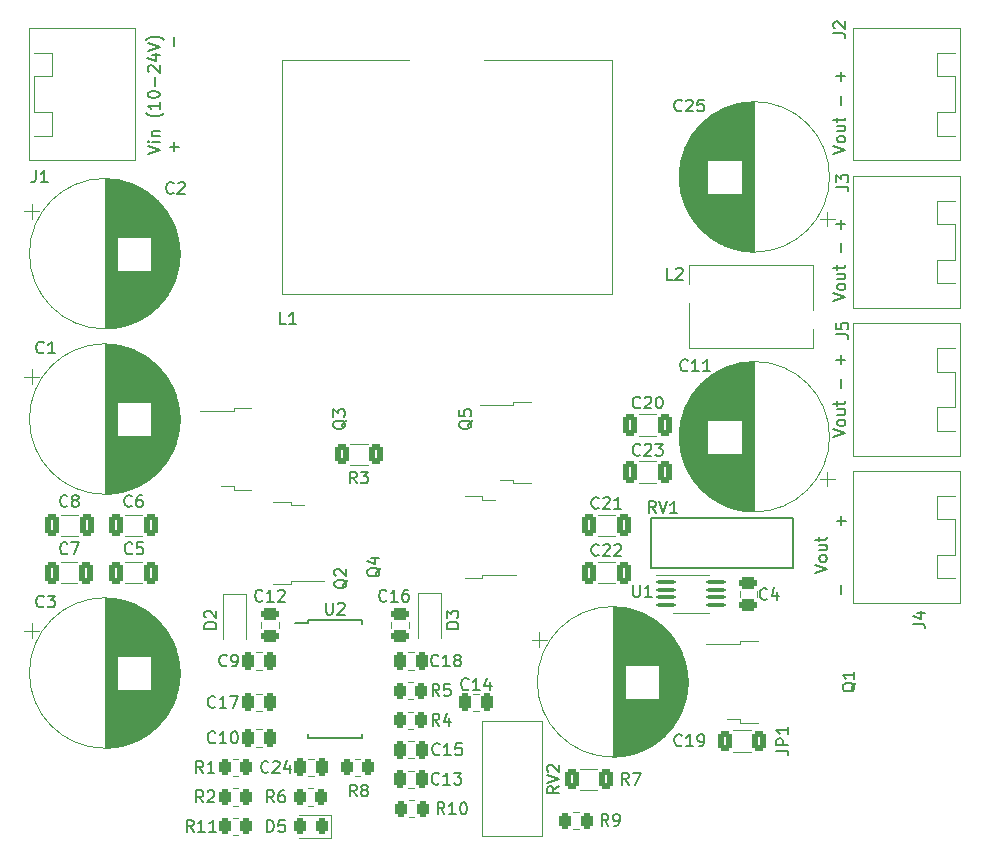
<source format=gto>
G04 #@! TF.GenerationSoftware,KiCad,Pcbnew,6.0.9-8da3e8f707~116~ubuntu20.04.1*
G04 #@! TF.CreationDate,2022-11-21T15:45:11-05:00*
G04 #@! TF.ProjectId,buck_boost,6275636b-5f62-46f6-9f73-742e6b696361,rev?*
G04 #@! TF.SameCoordinates,Original*
G04 #@! TF.FileFunction,Legend,Top*
G04 #@! TF.FilePolarity,Positive*
%FSLAX46Y46*%
G04 Gerber Fmt 4.6, Leading zero omitted, Abs format (unit mm)*
G04 Created by KiCad (PCBNEW 6.0.9-8da3e8f707~116~ubuntu20.04.1) date 2022-11-21 15:45:11*
%MOMM*%
%LPD*%
G01*
G04 APERTURE LIST*
G04 Aperture macros list*
%AMRoundRect*
0 Rectangle with rounded corners*
0 $1 Rounding radius*
0 $2 $3 $4 $5 $6 $7 $8 $9 X,Y pos of 4 corners*
0 Add a 4 corners polygon primitive as box body*
4,1,4,$2,$3,$4,$5,$6,$7,$8,$9,$2,$3,0*
0 Add four circle primitives for the rounded corners*
1,1,$1+$1,$2,$3*
1,1,$1+$1,$4,$5*
1,1,$1+$1,$6,$7*
1,1,$1+$1,$8,$9*
0 Add four rect primitives between the rounded corners*
20,1,$1+$1,$2,$3,$4,$5,0*
20,1,$1+$1,$4,$5,$6,$7,0*
20,1,$1+$1,$6,$7,$8,$9,0*
20,1,$1+$1,$8,$9,$2,$3,0*%
G04 Aperture macros list end*
%ADD10C,0.150000*%
%ADD11C,0.120000*%
%ADD12RoundRect,0.249999X-0.325001X-0.650001X0.325001X-0.650001X0.325001X0.650001X-0.325001X0.650001X0*%
%ADD13RoundRect,0.249999X0.325001X0.650001X-0.325001X0.650001X-0.325001X-0.650001X0.325001X-0.650001X0*%
%ADD14RoundRect,0.250000X-0.250000X-0.475000X0.250000X-0.475000X0.250000X0.475000X-0.250000X0.475000X0*%
%ADD15RoundRect,0.250000X0.475000X-0.250000X0.475000X0.250000X-0.475000X0.250000X-0.475000X-0.250000X0*%
%ADD16RoundRect,0.250000X0.250000X0.475000X-0.250000X0.475000X-0.250000X-0.475000X0.250000X-0.475000X0*%
%ADD17RoundRect,0.243750X0.243750X0.456250X-0.243750X0.456250X-0.243750X-0.456250X0.243750X-0.456250X0*%
%ADD18C,2.600000*%
%ADD19RoundRect,0.249998X-0.262502X-0.450002X0.262502X-0.450002X0.262502X0.450002X-0.262502X0.450002X0*%
%ADD20RoundRect,0.249998X0.262502X0.450002X-0.262502X0.450002X-0.262502X-0.450002X0.262502X-0.450002X0*%
%ADD21RoundRect,0.249998X0.312502X0.625002X-0.312502X0.625002X-0.312502X-0.625002X0.312502X-0.625002X0*%
%ADD22C,1.800000*%
%ADD23C,3.200000*%
%ADD24R,2.400000X2.400000*%
%ADD25C,2.400000*%
%ADD26R,2.200000X1.200000*%
%ADD27R,6.400000X5.800000*%
%ADD28RoundRect,0.249998X-0.312502X-0.625002X0.312502X-0.625002X0.312502X0.625002X-0.312502X0.625002X0*%
%ADD29RoundRect,0.250000X-0.475000X0.250000X-0.475000X-0.250000X0.475000X-0.250000X0.475000X0.250000X0*%
%ADD30RoundRect,0.100000X-0.712500X-0.100000X0.712500X-0.100000X0.712500X0.100000X-0.712500X0.100000X0*%
%ADD31R,1.100000X1.100000*%
%ADD32R,1.100000X0.400000*%
%ADD33R,1.200000X1.542500*%
%ADD34C,1.440000*%
%ADD35R,6.350000X6.500000*%
%ADD36R,5.330000X5.590000*%
%ADD37R,4.000000X1.650000*%
G04 APERTURE END LIST*
D10*
X93702380Y-31523809D02*
X94702380Y-31190476D01*
X93702380Y-30857142D01*
X94702380Y-30380952D02*
X94654761Y-30476190D01*
X94607142Y-30523809D01*
X94511904Y-30571428D01*
X94226190Y-30571428D01*
X94130952Y-30523809D01*
X94083333Y-30476190D01*
X94035714Y-30380952D01*
X94035714Y-30238095D01*
X94083333Y-30142857D01*
X94130952Y-30095238D01*
X94226190Y-30047619D01*
X94511904Y-30047619D01*
X94607142Y-30095238D01*
X94654761Y-30142857D01*
X94702380Y-30238095D01*
X94702380Y-30380952D01*
X94035714Y-29190476D02*
X94702380Y-29190476D01*
X94035714Y-29619047D02*
X94559523Y-29619047D01*
X94654761Y-29571428D01*
X94702380Y-29476190D01*
X94702380Y-29333333D01*
X94654761Y-29238095D01*
X94607142Y-29190476D01*
X94035714Y-28857142D02*
X94035714Y-28476190D01*
X93702380Y-28714285D02*
X94559523Y-28714285D01*
X94654761Y-28666666D01*
X94702380Y-28571428D01*
X94702380Y-28476190D01*
X94321428Y-27380952D02*
X94321428Y-26619047D01*
X94321428Y-25380952D02*
X94321428Y-24619047D01*
X94702380Y-25000000D02*
X93940476Y-25000000D01*
X92147380Y-67023809D02*
X93147380Y-66690476D01*
X92147380Y-66357142D01*
X93147380Y-65880952D02*
X93099761Y-65976190D01*
X93052142Y-66023809D01*
X92956904Y-66071428D01*
X92671190Y-66071428D01*
X92575952Y-66023809D01*
X92528333Y-65976190D01*
X92480714Y-65880952D01*
X92480714Y-65738095D01*
X92528333Y-65642857D01*
X92575952Y-65595238D01*
X92671190Y-65547619D01*
X92956904Y-65547619D01*
X93052142Y-65595238D01*
X93099761Y-65642857D01*
X93147380Y-65738095D01*
X93147380Y-65880952D01*
X92480714Y-64690476D02*
X93147380Y-64690476D01*
X92480714Y-65119047D02*
X93004523Y-65119047D01*
X93099761Y-65071428D01*
X93147380Y-64976190D01*
X93147380Y-64833333D01*
X93099761Y-64738095D01*
X93052142Y-64690476D01*
X92480714Y-64357142D02*
X92480714Y-63976190D01*
X92147380Y-64214285D02*
X93004523Y-64214285D01*
X93099761Y-64166666D01*
X93147380Y-64071428D01*
X93147380Y-63976190D01*
X94376428Y-68785714D02*
X94376428Y-68023809D01*
X94376428Y-62976190D02*
X94376428Y-62214285D01*
X94757380Y-62595238D02*
X93995476Y-62595238D01*
X93702380Y-55523809D02*
X94702380Y-55190476D01*
X93702380Y-54857142D01*
X94702380Y-54380952D02*
X94654761Y-54476190D01*
X94607142Y-54523809D01*
X94511904Y-54571428D01*
X94226190Y-54571428D01*
X94130952Y-54523809D01*
X94083333Y-54476190D01*
X94035714Y-54380952D01*
X94035714Y-54238095D01*
X94083333Y-54142857D01*
X94130952Y-54095238D01*
X94226190Y-54047619D01*
X94511904Y-54047619D01*
X94607142Y-54095238D01*
X94654761Y-54142857D01*
X94702380Y-54238095D01*
X94702380Y-54380952D01*
X94035714Y-53190476D02*
X94702380Y-53190476D01*
X94035714Y-53619047D02*
X94559523Y-53619047D01*
X94654761Y-53571428D01*
X94702380Y-53476190D01*
X94702380Y-53333333D01*
X94654761Y-53238095D01*
X94607142Y-53190476D01*
X94035714Y-52857142D02*
X94035714Y-52476190D01*
X93702380Y-52714285D02*
X94559523Y-52714285D01*
X94654761Y-52666666D01*
X94702380Y-52571428D01*
X94702380Y-52476190D01*
X94321428Y-51380952D02*
X94321428Y-50619047D01*
X94321428Y-49380952D02*
X94321428Y-48619047D01*
X94702380Y-49000000D02*
X93940476Y-49000000D01*
X35647380Y-31523809D02*
X36647380Y-31190476D01*
X35647380Y-30857142D01*
X36647380Y-30523809D02*
X35980714Y-30523809D01*
X35647380Y-30523809D02*
X35695000Y-30571428D01*
X35742619Y-30523809D01*
X35695000Y-30476190D01*
X35647380Y-30523809D01*
X35742619Y-30523809D01*
X35980714Y-30047619D02*
X36647380Y-30047619D01*
X36075952Y-30047619D02*
X36028333Y-30000000D01*
X35980714Y-29904761D01*
X35980714Y-29761904D01*
X36028333Y-29666666D01*
X36123571Y-29619047D01*
X36647380Y-29619047D01*
X37028333Y-28095238D02*
X36980714Y-28142857D01*
X36837857Y-28238095D01*
X36742619Y-28285714D01*
X36599761Y-28333333D01*
X36361666Y-28380952D01*
X36171190Y-28380952D01*
X35933095Y-28333333D01*
X35790238Y-28285714D01*
X35695000Y-28238095D01*
X35552142Y-28142857D01*
X35504523Y-28095238D01*
X36647380Y-27190476D02*
X36647380Y-27761904D01*
X36647380Y-27476190D02*
X35647380Y-27476190D01*
X35790238Y-27571428D01*
X35885476Y-27666666D01*
X35933095Y-27761904D01*
X35647380Y-26571428D02*
X35647380Y-26476190D01*
X35695000Y-26380952D01*
X35742619Y-26333333D01*
X35837857Y-26285714D01*
X36028333Y-26238095D01*
X36266428Y-26238095D01*
X36456904Y-26285714D01*
X36552142Y-26333333D01*
X36599761Y-26380952D01*
X36647380Y-26476190D01*
X36647380Y-26571428D01*
X36599761Y-26666666D01*
X36552142Y-26714285D01*
X36456904Y-26761904D01*
X36266428Y-26809523D01*
X36028333Y-26809523D01*
X35837857Y-26761904D01*
X35742619Y-26714285D01*
X35695000Y-26666666D01*
X35647380Y-26571428D01*
X36266428Y-25809523D02*
X36266428Y-25047619D01*
X35742619Y-24619047D02*
X35695000Y-24571428D01*
X35647380Y-24476190D01*
X35647380Y-24238095D01*
X35695000Y-24142857D01*
X35742619Y-24095238D01*
X35837857Y-24047619D01*
X35933095Y-24047619D01*
X36075952Y-24095238D01*
X36647380Y-24666666D01*
X36647380Y-24047619D01*
X35980714Y-23190476D02*
X36647380Y-23190476D01*
X35599761Y-23428571D02*
X36314047Y-23666666D01*
X36314047Y-23047619D01*
X35647380Y-22809523D02*
X36647380Y-22476190D01*
X35647380Y-22142857D01*
X37028333Y-21904761D02*
X36980714Y-21857142D01*
X36837857Y-21761904D01*
X36742619Y-21714285D01*
X36599761Y-21666666D01*
X36361666Y-21619047D01*
X36171190Y-21619047D01*
X35933095Y-21666666D01*
X35790238Y-21714285D01*
X35695000Y-21761904D01*
X35552142Y-21857142D01*
X35504523Y-21904761D01*
X37876428Y-31309523D02*
X37876428Y-30547619D01*
X38257380Y-30928571D02*
X37495476Y-30928571D01*
X37876428Y-22452380D02*
X37876428Y-21690476D01*
X93702380Y-44023809D02*
X94702380Y-43690476D01*
X93702380Y-43357142D01*
X94702380Y-42880952D02*
X94654761Y-42976190D01*
X94607142Y-43023809D01*
X94511904Y-43071428D01*
X94226190Y-43071428D01*
X94130952Y-43023809D01*
X94083333Y-42976190D01*
X94035714Y-42880952D01*
X94035714Y-42738095D01*
X94083333Y-42642857D01*
X94130952Y-42595238D01*
X94226190Y-42547619D01*
X94511904Y-42547619D01*
X94607142Y-42595238D01*
X94654761Y-42642857D01*
X94702380Y-42738095D01*
X94702380Y-42880952D01*
X94035714Y-41690476D02*
X94702380Y-41690476D01*
X94035714Y-42119047D02*
X94559523Y-42119047D01*
X94654761Y-42071428D01*
X94702380Y-41976190D01*
X94702380Y-41833333D01*
X94654761Y-41738095D01*
X94607142Y-41690476D01*
X94035714Y-41357142D02*
X94035714Y-40976190D01*
X93702380Y-41214285D02*
X94559523Y-41214285D01*
X94654761Y-41166666D01*
X94702380Y-41071428D01*
X94702380Y-40976190D01*
X94321428Y-39880952D02*
X94321428Y-39119047D01*
X94321428Y-37880952D02*
X94321428Y-37119047D01*
X94702380Y-37500000D02*
X93940476Y-37500000D01*
X34283333Y-61357142D02*
X34235714Y-61404761D01*
X34092857Y-61452380D01*
X33997619Y-61452380D01*
X33854761Y-61404761D01*
X33759523Y-61309523D01*
X33711904Y-61214285D01*
X33664285Y-61023809D01*
X33664285Y-60880952D01*
X33711904Y-60690476D01*
X33759523Y-60595238D01*
X33854761Y-60500000D01*
X33997619Y-60452380D01*
X34092857Y-60452380D01*
X34235714Y-60500000D01*
X34283333Y-60547619D01*
X35140476Y-60452380D02*
X34950000Y-60452380D01*
X34854761Y-60500000D01*
X34807142Y-60547619D01*
X34711904Y-60690476D01*
X34664285Y-60880952D01*
X34664285Y-61261904D01*
X34711904Y-61357142D01*
X34759523Y-61404761D01*
X34854761Y-61452380D01*
X35045238Y-61452380D01*
X35140476Y-61404761D01*
X35188095Y-61357142D01*
X35235714Y-61261904D01*
X35235714Y-61023809D01*
X35188095Y-60928571D01*
X35140476Y-60880952D01*
X35045238Y-60833333D01*
X34854761Y-60833333D01*
X34759523Y-60880952D01*
X34711904Y-60928571D01*
X34664285Y-61023809D01*
X28833333Y-65357142D02*
X28785714Y-65404761D01*
X28642857Y-65452380D01*
X28547619Y-65452380D01*
X28404761Y-65404761D01*
X28309523Y-65309523D01*
X28261904Y-65214285D01*
X28214285Y-65023809D01*
X28214285Y-64880952D01*
X28261904Y-64690476D01*
X28309523Y-64595238D01*
X28404761Y-64500000D01*
X28547619Y-64452380D01*
X28642857Y-64452380D01*
X28785714Y-64500000D01*
X28833333Y-64547619D01*
X29166666Y-64452380D02*
X29833333Y-64452380D01*
X29404761Y-65452380D01*
X60357142Y-82357142D02*
X60309523Y-82404761D01*
X60166666Y-82452380D01*
X60071428Y-82452380D01*
X59928571Y-82404761D01*
X59833333Y-82309523D01*
X59785714Y-82214285D01*
X59738095Y-82023809D01*
X59738095Y-81880952D01*
X59785714Y-81690476D01*
X59833333Y-81595238D01*
X59928571Y-81500000D01*
X60071428Y-81452380D01*
X60166666Y-81452380D01*
X60309523Y-81500000D01*
X60357142Y-81547619D01*
X61309523Y-82452380D02*
X60738095Y-82452380D01*
X61023809Y-82452380D02*
X61023809Y-81452380D01*
X60928571Y-81595238D01*
X60833333Y-81690476D01*
X60738095Y-81738095D01*
X62214285Y-81452380D02*
X61738095Y-81452380D01*
X61690476Y-81928571D01*
X61738095Y-81880952D01*
X61833333Y-81833333D01*
X62071428Y-81833333D01*
X62166666Y-81880952D01*
X62214285Y-81928571D01*
X62261904Y-82023809D01*
X62261904Y-82261904D01*
X62214285Y-82357142D01*
X62166666Y-82404761D01*
X62071428Y-82452380D01*
X61833333Y-82452380D01*
X61738095Y-82404761D01*
X61690476Y-82357142D01*
X55857142Y-69357142D02*
X55809523Y-69404761D01*
X55666666Y-69452380D01*
X55571428Y-69452380D01*
X55428571Y-69404761D01*
X55333333Y-69309523D01*
X55285714Y-69214285D01*
X55238095Y-69023809D01*
X55238095Y-68880952D01*
X55285714Y-68690476D01*
X55333333Y-68595238D01*
X55428571Y-68500000D01*
X55571428Y-68452380D01*
X55666666Y-68452380D01*
X55809523Y-68500000D01*
X55857142Y-68547619D01*
X56809523Y-69452380D02*
X56238095Y-69452380D01*
X56523809Y-69452380D02*
X56523809Y-68452380D01*
X56428571Y-68595238D01*
X56333333Y-68690476D01*
X56238095Y-68738095D01*
X57666666Y-68452380D02*
X57476190Y-68452380D01*
X57380952Y-68500000D01*
X57333333Y-68547619D01*
X57238095Y-68690476D01*
X57190476Y-68880952D01*
X57190476Y-69261904D01*
X57238095Y-69357142D01*
X57285714Y-69404761D01*
X57380952Y-69452380D01*
X57571428Y-69452380D01*
X57666666Y-69404761D01*
X57714285Y-69357142D01*
X57761904Y-69261904D01*
X57761904Y-69023809D01*
X57714285Y-68928571D01*
X57666666Y-68880952D01*
X57571428Y-68833333D01*
X57380952Y-68833333D01*
X57285714Y-68880952D01*
X57238095Y-68928571D01*
X57190476Y-69023809D01*
X60257142Y-74857142D02*
X60209523Y-74904761D01*
X60066666Y-74952380D01*
X59971428Y-74952380D01*
X59828571Y-74904761D01*
X59733333Y-74809523D01*
X59685714Y-74714285D01*
X59638095Y-74523809D01*
X59638095Y-74380952D01*
X59685714Y-74190476D01*
X59733333Y-74095238D01*
X59828571Y-74000000D01*
X59971428Y-73952380D01*
X60066666Y-73952380D01*
X60209523Y-74000000D01*
X60257142Y-74047619D01*
X61209523Y-74952380D02*
X60638095Y-74952380D01*
X60923809Y-74952380D02*
X60923809Y-73952380D01*
X60828571Y-74095238D01*
X60733333Y-74190476D01*
X60638095Y-74238095D01*
X61780952Y-74380952D02*
X61685714Y-74333333D01*
X61638095Y-74285714D01*
X61590476Y-74190476D01*
X61590476Y-74142857D01*
X61638095Y-74047619D01*
X61685714Y-74000000D01*
X61780952Y-73952380D01*
X61971428Y-73952380D01*
X62066666Y-74000000D01*
X62114285Y-74047619D01*
X62161904Y-74142857D01*
X62161904Y-74190476D01*
X62114285Y-74285714D01*
X62066666Y-74333333D01*
X61971428Y-74380952D01*
X61780952Y-74380952D01*
X61685714Y-74428571D01*
X61638095Y-74476190D01*
X61590476Y-74571428D01*
X61590476Y-74761904D01*
X61638095Y-74857142D01*
X61685714Y-74904761D01*
X61780952Y-74952380D01*
X61971428Y-74952380D01*
X62066666Y-74904761D01*
X62114285Y-74857142D01*
X62161904Y-74761904D01*
X62161904Y-74571428D01*
X62114285Y-74476190D01*
X62066666Y-74428571D01*
X61971428Y-74380952D01*
X77332142Y-53007142D02*
X77284523Y-53054761D01*
X77141666Y-53102380D01*
X77046428Y-53102380D01*
X76903571Y-53054761D01*
X76808333Y-52959523D01*
X76760714Y-52864285D01*
X76713095Y-52673809D01*
X76713095Y-52530952D01*
X76760714Y-52340476D01*
X76808333Y-52245238D01*
X76903571Y-52150000D01*
X77046428Y-52102380D01*
X77141666Y-52102380D01*
X77284523Y-52150000D01*
X77332142Y-52197619D01*
X77713095Y-52197619D02*
X77760714Y-52150000D01*
X77855952Y-52102380D01*
X78094047Y-52102380D01*
X78189285Y-52150000D01*
X78236904Y-52197619D01*
X78284523Y-52292857D01*
X78284523Y-52388095D01*
X78236904Y-52530952D01*
X77665476Y-53102380D01*
X78284523Y-53102380D01*
X78903571Y-52102380D02*
X78998809Y-52102380D01*
X79094047Y-52150000D01*
X79141666Y-52197619D01*
X79189285Y-52292857D01*
X79236904Y-52483333D01*
X79236904Y-52721428D01*
X79189285Y-52911904D01*
X79141666Y-53007142D01*
X79094047Y-53054761D01*
X78998809Y-53102380D01*
X78903571Y-53102380D01*
X78808333Y-53054761D01*
X78760714Y-53007142D01*
X78713095Y-52911904D01*
X78665476Y-52721428D01*
X78665476Y-52483333D01*
X78713095Y-52292857D01*
X78760714Y-52197619D01*
X78808333Y-52150000D01*
X78903571Y-52102380D01*
X73832142Y-61507142D02*
X73784523Y-61554761D01*
X73641666Y-61602380D01*
X73546428Y-61602380D01*
X73403571Y-61554761D01*
X73308333Y-61459523D01*
X73260714Y-61364285D01*
X73213095Y-61173809D01*
X73213095Y-61030952D01*
X73260714Y-60840476D01*
X73308333Y-60745238D01*
X73403571Y-60650000D01*
X73546428Y-60602380D01*
X73641666Y-60602380D01*
X73784523Y-60650000D01*
X73832142Y-60697619D01*
X74213095Y-60697619D02*
X74260714Y-60650000D01*
X74355952Y-60602380D01*
X74594047Y-60602380D01*
X74689285Y-60650000D01*
X74736904Y-60697619D01*
X74784523Y-60792857D01*
X74784523Y-60888095D01*
X74736904Y-61030952D01*
X74165476Y-61602380D01*
X74784523Y-61602380D01*
X75736904Y-61602380D02*
X75165476Y-61602380D01*
X75451190Y-61602380D02*
X75451190Y-60602380D01*
X75355952Y-60745238D01*
X75260714Y-60840476D01*
X75165476Y-60888095D01*
X73832142Y-65507142D02*
X73784523Y-65554761D01*
X73641666Y-65602380D01*
X73546428Y-65602380D01*
X73403571Y-65554761D01*
X73308333Y-65459523D01*
X73260714Y-65364285D01*
X73213095Y-65173809D01*
X73213095Y-65030952D01*
X73260714Y-64840476D01*
X73308333Y-64745238D01*
X73403571Y-64650000D01*
X73546428Y-64602380D01*
X73641666Y-64602380D01*
X73784523Y-64650000D01*
X73832142Y-64697619D01*
X74213095Y-64697619D02*
X74260714Y-64650000D01*
X74355952Y-64602380D01*
X74594047Y-64602380D01*
X74689285Y-64650000D01*
X74736904Y-64697619D01*
X74784523Y-64792857D01*
X74784523Y-64888095D01*
X74736904Y-65030952D01*
X74165476Y-65602380D01*
X74784523Y-65602380D01*
X75165476Y-64697619D02*
X75213095Y-64650000D01*
X75308333Y-64602380D01*
X75546428Y-64602380D01*
X75641666Y-64650000D01*
X75689285Y-64697619D01*
X75736904Y-64792857D01*
X75736904Y-64888095D01*
X75689285Y-65030952D01*
X75117857Y-65602380D01*
X75736904Y-65602380D01*
X77332142Y-57007142D02*
X77284523Y-57054761D01*
X77141666Y-57102380D01*
X77046428Y-57102380D01*
X76903571Y-57054761D01*
X76808333Y-56959523D01*
X76760714Y-56864285D01*
X76713095Y-56673809D01*
X76713095Y-56530952D01*
X76760714Y-56340476D01*
X76808333Y-56245238D01*
X76903571Y-56150000D01*
X77046428Y-56102380D01*
X77141666Y-56102380D01*
X77284523Y-56150000D01*
X77332142Y-56197619D01*
X77713095Y-56197619D02*
X77760714Y-56150000D01*
X77855952Y-56102380D01*
X78094047Y-56102380D01*
X78189285Y-56150000D01*
X78236904Y-56197619D01*
X78284523Y-56292857D01*
X78284523Y-56388095D01*
X78236904Y-56530952D01*
X77665476Y-57102380D01*
X78284523Y-57102380D01*
X78617857Y-56102380D02*
X79236904Y-56102380D01*
X78903571Y-56483333D01*
X79046428Y-56483333D01*
X79141666Y-56530952D01*
X79189285Y-56578571D01*
X79236904Y-56673809D01*
X79236904Y-56911904D01*
X79189285Y-57007142D01*
X79141666Y-57054761D01*
X79046428Y-57102380D01*
X78760714Y-57102380D01*
X78665476Y-57054761D01*
X78617857Y-57007142D01*
X45857142Y-83857142D02*
X45809523Y-83904761D01*
X45666666Y-83952380D01*
X45571428Y-83952380D01*
X45428571Y-83904761D01*
X45333333Y-83809523D01*
X45285714Y-83714285D01*
X45238095Y-83523809D01*
X45238095Y-83380952D01*
X45285714Y-83190476D01*
X45333333Y-83095238D01*
X45428571Y-83000000D01*
X45571428Y-82952380D01*
X45666666Y-82952380D01*
X45809523Y-83000000D01*
X45857142Y-83047619D01*
X46238095Y-83047619D02*
X46285714Y-83000000D01*
X46380952Y-82952380D01*
X46619047Y-82952380D01*
X46714285Y-83000000D01*
X46761904Y-83047619D01*
X46809523Y-83142857D01*
X46809523Y-83238095D01*
X46761904Y-83380952D01*
X46190476Y-83952380D01*
X46809523Y-83952380D01*
X47666666Y-83285714D02*
X47666666Y-83952380D01*
X47428571Y-82904761D02*
X47190476Y-83619047D01*
X47809523Y-83619047D01*
X45761904Y-88952380D02*
X45761904Y-87952380D01*
X46000000Y-87952380D01*
X46142857Y-88000000D01*
X46238095Y-88095238D01*
X46285714Y-88190476D01*
X46333333Y-88380952D01*
X46333333Y-88523809D01*
X46285714Y-88714285D01*
X46238095Y-88809523D01*
X46142857Y-88904761D01*
X46000000Y-88952380D01*
X45761904Y-88952380D01*
X47238095Y-87952380D02*
X46761904Y-87952380D01*
X46714285Y-88428571D01*
X46761904Y-88380952D01*
X46857142Y-88333333D01*
X47095238Y-88333333D01*
X47190476Y-88380952D01*
X47238095Y-88428571D01*
X47285714Y-88523809D01*
X47285714Y-88761904D01*
X47238095Y-88857142D01*
X47190476Y-88904761D01*
X47095238Y-88952380D01*
X46857142Y-88952380D01*
X46761904Y-88904761D01*
X46714285Y-88857142D01*
X26166666Y-32952380D02*
X26166666Y-33666666D01*
X26119047Y-33809523D01*
X26023809Y-33904761D01*
X25880952Y-33952380D01*
X25785714Y-33952380D01*
X27166666Y-33952380D02*
X26595238Y-33952380D01*
X26880952Y-33952380D02*
X26880952Y-32952380D01*
X26785714Y-33095238D01*
X26690476Y-33190476D01*
X26595238Y-33238095D01*
X93702380Y-21333333D02*
X94416666Y-21333333D01*
X94559523Y-21380952D01*
X94654761Y-21476190D01*
X94702380Y-21619047D01*
X94702380Y-21714285D01*
X93797619Y-20904761D02*
X93750000Y-20857142D01*
X93702380Y-20761904D01*
X93702380Y-20523809D01*
X93750000Y-20428571D01*
X93797619Y-20380952D01*
X93892857Y-20333333D01*
X93988095Y-20333333D01*
X94130952Y-20380952D01*
X94702380Y-20952380D01*
X94702380Y-20333333D01*
X93952380Y-34333333D02*
X94666666Y-34333333D01*
X94809523Y-34380952D01*
X94904761Y-34476190D01*
X94952380Y-34619047D01*
X94952380Y-34714285D01*
X93952380Y-33952380D02*
X93952380Y-33333333D01*
X94333333Y-33666666D01*
X94333333Y-33523809D01*
X94380952Y-33428571D01*
X94428571Y-33380952D01*
X94523809Y-33333333D01*
X94761904Y-33333333D01*
X94857142Y-33380952D01*
X94904761Y-33428571D01*
X94952380Y-33523809D01*
X94952380Y-33809523D01*
X94904761Y-33904761D01*
X94857142Y-33952380D01*
X100452380Y-71333333D02*
X101166666Y-71333333D01*
X101309523Y-71380952D01*
X101404761Y-71476190D01*
X101452380Y-71619047D01*
X101452380Y-71714285D01*
X100785714Y-70428571D02*
X101452380Y-70428571D01*
X100404761Y-70666666D02*
X101119047Y-70904761D01*
X101119047Y-70285714D01*
X93952380Y-46833333D02*
X94666666Y-46833333D01*
X94809523Y-46880952D01*
X94904761Y-46976190D01*
X94952380Y-47119047D01*
X94952380Y-47214285D01*
X93952380Y-45880952D02*
X93952380Y-46357142D01*
X94428571Y-46404761D01*
X94380952Y-46357142D01*
X94333333Y-46261904D01*
X94333333Y-46023809D01*
X94380952Y-45928571D01*
X94428571Y-45880952D01*
X94523809Y-45833333D01*
X94761904Y-45833333D01*
X94857142Y-45880952D01*
X94904761Y-45928571D01*
X94952380Y-46023809D01*
X94952380Y-46261904D01*
X94904761Y-46357142D01*
X94857142Y-46404761D01*
X40333333Y-83952380D02*
X40000000Y-83476190D01*
X39761904Y-83952380D02*
X39761904Y-82952380D01*
X40142857Y-82952380D01*
X40238095Y-83000000D01*
X40285714Y-83047619D01*
X40333333Y-83142857D01*
X40333333Y-83285714D01*
X40285714Y-83380952D01*
X40238095Y-83428571D01*
X40142857Y-83476190D01*
X39761904Y-83476190D01*
X41285714Y-83952380D02*
X40714285Y-83952380D01*
X41000000Y-83952380D02*
X41000000Y-82952380D01*
X40904761Y-83095238D01*
X40809523Y-83190476D01*
X40714285Y-83238095D01*
X40333333Y-86452380D02*
X40000000Y-85976190D01*
X39761904Y-86452380D02*
X39761904Y-85452380D01*
X40142857Y-85452380D01*
X40238095Y-85500000D01*
X40285714Y-85547619D01*
X40333333Y-85642857D01*
X40333333Y-85785714D01*
X40285714Y-85880952D01*
X40238095Y-85928571D01*
X40142857Y-85976190D01*
X39761904Y-85976190D01*
X40714285Y-85547619D02*
X40761904Y-85500000D01*
X40857142Y-85452380D01*
X41095238Y-85452380D01*
X41190476Y-85500000D01*
X41238095Y-85547619D01*
X41285714Y-85642857D01*
X41285714Y-85738095D01*
X41238095Y-85880952D01*
X40666666Y-86452380D01*
X41285714Y-86452380D01*
X60333333Y-79952380D02*
X60000000Y-79476190D01*
X59761904Y-79952380D02*
X59761904Y-78952380D01*
X60142857Y-78952380D01*
X60238095Y-79000000D01*
X60285714Y-79047619D01*
X60333333Y-79142857D01*
X60333333Y-79285714D01*
X60285714Y-79380952D01*
X60238095Y-79428571D01*
X60142857Y-79476190D01*
X59761904Y-79476190D01*
X61190476Y-79285714D02*
X61190476Y-79952380D01*
X60952380Y-78904761D02*
X60714285Y-79619047D01*
X61333333Y-79619047D01*
X60333333Y-77452380D02*
X60000000Y-76976190D01*
X59761904Y-77452380D02*
X59761904Y-76452380D01*
X60142857Y-76452380D01*
X60238095Y-76500000D01*
X60285714Y-76547619D01*
X60333333Y-76642857D01*
X60333333Y-76785714D01*
X60285714Y-76880952D01*
X60238095Y-76928571D01*
X60142857Y-76976190D01*
X59761904Y-76976190D01*
X61238095Y-76452380D02*
X60761904Y-76452380D01*
X60714285Y-76928571D01*
X60761904Y-76880952D01*
X60857142Y-76833333D01*
X61095238Y-76833333D01*
X61190476Y-76880952D01*
X61238095Y-76928571D01*
X61285714Y-77023809D01*
X61285714Y-77261904D01*
X61238095Y-77357142D01*
X61190476Y-77404761D01*
X61095238Y-77452380D01*
X60857142Y-77452380D01*
X60761904Y-77404761D01*
X60714285Y-77357142D01*
X76370833Y-84952380D02*
X76037500Y-84476190D01*
X75799404Y-84952380D02*
X75799404Y-83952380D01*
X76180357Y-83952380D01*
X76275595Y-84000000D01*
X76323214Y-84047619D01*
X76370833Y-84142857D01*
X76370833Y-84285714D01*
X76323214Y-84380952D01*
X76275595Y-84428571D01*
X76180357Y-84476190D01*
X75799404Y-84476190D01*
X76704166Y-83952380D02*
X77370833Y-83952380D01*
X76942261Y-84952380D01*
X53333333Y-85952380D02*
X53000000Y-85476190D01*
X52761904Y-85952380D02*
X52761904Y-84952380D01*
X53142857Y-84952380D01*
X53238095Y-85000000D01*
X53285714Y-85047619D01*
X53333333Y-85142857D01*
X53333333Y-85285714D01*
X53285714Y-85380952D01*
X53238095Y-85428571D01*
X53142857Y-85476190D01*
X52761904Y-85476190D01*
X53904761Y-85380952D02*
X53809523Y-85333333D01*
X53761904Y-85285714D01*
X53714285Y-85190476D01*
X53714285Y-85142857D01*
X53761904Y-85047619D01*
X53809523Y-85000000D01*
X53904761Y-84952380D01*
X54095238Y-84952380D01*
X54190476Y-85000000D01*
X54238095Y-85047619D01*
X54285714Y-85142857D01*
X54285714Y-85190476D01*
X54238095Y-85285714D01*
X54190476Y-85333333D01*
X54095238Y-85380952D01*
X53904761Y-85380952D01*
X53809523Y-85428571D01*
X53761904Y-85476190D01*
X53714285Y-85571428D01*
X53714285Y-85761904D01*
X53761904Y-85857142D01*
X53809523Y-85904761D01*
X53904761Y-85952380D01*
X54095238Y-85952380D01*
X54190476Y-85904761D01*
X54238095Y-85857142D01*
X54285714Y-85761904D01*
X54285714Y-85571428D01*
X54238095Y-85476190D01*
X54190476Y-85428571D01*
X54095238Y-85380952D01*
X74658333Y-88452380D02*
X74325000Y-87976190D01*
X74086904Y-88452380D02*
X74086904Y-87452380D01*
X74467857Y-87452380D01*
X74563095Y-87500000D01*
X74610714Y-87547619D01*
X74658333Y-87642857D01*
X74658333Y-87785714D01*
X74610714Y-87880952D01*
X74563095Y-87928571D01*
X74467857Y-87976190D01*
X74086904Y-87976190D01*
X75134523Y-88452380D02*
X75325000Y-88452380D01*
X75420238Y-88404761D01*
X75467857Y-88357142D01*
X75563095Y-88214285D01*
X75610714Y-88023809D01*
X75610714Y-87642857D01*
X75563095Y-87547619D01*
X75515476Y-87500000D01*
X75420238Y-87452380D01*
X75229761Y-87452380D01*
X75134523Y-87500000D01*
X75086904Y-87547619D01*
X75039285Y-87642857D01*
X75039285Y-87880952D01*
X75086904Y-87976190D01*
X75134523Y-88023809D01*
X75229761Y-88071428D01*
X75420238Y-88071428D01*
X75515476Y-88023809D01*
X75563095Y-87976190D01*
X75610714Y-87880952D01*
X39532142Y-88952380D02*
X39198809Y-88476190D01*
X38960714Y-88952380D02*
X38960714Y-87952380D01*
X39341666Y-87952380D01*
X39436904Y-88000000D01*
X39484523Y-88047619D01*
X39532142Y-88142857D01*
X39532142Y-88285714D01*
X39484523Y-88380952D01*
X39436904Y-88428571D01*
X39341666Y-88476190D01*
X38960714Y-88476190D01*
X40484523Y-88952380D02*
X39913095Y-88952380D01*
X40198809Y-88952380D02*
X40198809Y-87952380D01*
X40103571Y-88095238D01*
X40008333Y-88190476D01*
X39913095Y-88238095D01*
X41436904Y-88952380D02*
X40865476Y-88952380D01*
X41151190Y-88952380D02*
X41151190Y-87952380D01*
X41055952Y-88095238D01*
X40960714Y-88190476D01*
X40865476Y-88238095D01*
X78654761Y-61952380D02*
X78321428Y-61476190D01*
X78083333Y-61952380D02*
X78083333Y-60952380D01*
X78464285Y-60952380D01*
X78559523Y-61000000D01*
X78607142Y-61047619D01*
X78654761Y-61142857D01*
X78654761Y-61285714D01*
X78607142Y-61380952D01*
X78559523Y-61428571D01*
X78464285Y-61476190D01*
X78083333Y-61476190D01*
X78940476Y-60952380D02*
X79273809Y-61952380D01*
X79607142Y-60952380D01*
X80464285Y-61952380D02*
X79892857Y-61952380D01*
X80178571Y-61952380D02*
X80178571Y-60952380D01*
X80083333Y-61095238D01*
X79988095Y-61190476D01*
X79892857Y-61238095D01*
X34333333Y-65357142D02*
X34285714Y-65404761D01*
X34142857Y-65452380D01*
X34047619Y-65452380D01*
X33904761Y-65404761D01*
X33809523Y-65309523D01*
X33761904Y-65214285D01*
X33714285Y-65023809D01*
X33714285Y-64880952D01*
X33761904Y-64690476D01*
X33809523Y-64595238D01*
X33904761Y-64500000D01*
X34047619Y-64452380D01*
X34142857Y-64452380D01*
X34285714Y-64500000D01*
X34333333Y-64547619D01*
X35238095Y-64452380D02*
X34761904Y-64452380D01*
X34714285Y-64928571D01*
X34761904Y-64880952D01*
X34857142Y-64833333D01*
X35095238Y-64833333D01*
X35190476Y-64880952D01*
X35238095Y-64928571D01*
X35285714Y-65023809D01*
X35285714Y-65261904D01*
X35238095Y-65357142D01*
X35190476Y-65404761D01*
X35095238Y-65452380D01*
X34857142Y-65452380D01*
X34761904Y-65404761D01*
X34714285Y-65357142D01*
X46333333Y-86452380D02*
X46000000Y-85976190D01*
X45761904Y-86452380D02*
X45761904Y-85452380D01*
X46142857Y-85452380D01*
X46238095Y-85500000D01*
X46285714Y-85547619D01*
X46333333Y-85642857D01*
X46333333Y-85785714D01*
X46285714Y-85880952D01*
X46238095Y-85928571D01*
X46142857Y-85976190D01*
X45761904Y-85976190D01*
X47190476Y-85452380D02*
X47000000Y-85452380D01*
X46904761Y-85500000D01*
X46857142Y-85547619D01*
X46761904Y-85690476D01*
X46714285Y-85880952D01*
X46714285Y-86261904D01*
X46761904Y-86357142D01*
X46809523Y-86404761D01*
X46904761Y-86452380D01*
X47095238Y-86452380D01*
X47190476Y-86404761D01*
X47238095Y-86357142D01*
X47285714Y-86261904D01*
X47285714Y-86023809D01*
X47238095Y-85928571D01*
X47190476Y-85880952D01*
X47095238Y-85833333D01*
X46904761Y-85833333D01*
X46809523Y-85880952D01*
X46761904Y-85928571D01*
X46714285Y-86023809D01*
X26833333Y-48357142D02*
X26785714Y-48404761D01*
X26642857Y-48452380D01*
X26547619Y-48452380D01*
X26404761Y-48404761D01*
X26309523Y-48309523D01*
X26261904Y-48214285D01*
X26214285Y-48023809D01*
X26214285Y-47880952D01*
X26261904Y-47690476D01*
X26309523Y-47595238D01*
X26404761Y-47500000D01*
X26547619Y-47452380D01*
X26642857Y-47452380D01*
X26785714Y-47500000D01*
X26833333Y-47547619D01*
X27785714Y-48452380D02*
X27214285Y-48452380D01*
X27500000Y-48452380D02*
X27500000Y-47452380D01*
X27404761Y-47595238D01*
X27309523Y-47690476D01*
X27214285Y-47738095D01*
X26833333Y-69857142D02*
X26785714Y-69904761D01*
X26642857Y-69952380D01*
X26547619Y-69952380D01*
X26404761Y-69904761D01*
X26309523Y-69809523D01*
X26261904Y-69714285D01*
X26214285Y-69523809D01*
X26214285Y-69380952D01*
X26261904Y-69190476D01*
X26309523Y-69095238D01*
X26404761Y-69000000D01*
X26547619Y-68952380D01*
X26642857Y-68952380D01*
X26785714Y-69000000D01*
X26833333Y-69047619D01*
X27166666Y-68952380D02*
X27785714Y-68952380D01*
X27452380Y-69333333D01*
X27595238Y-69333333D01*
X27690476Y-69380952D01*
X27738095Y-69428571D01*
X27785714Y-69523809D01*
X27785714Y-69761904D01*
X27738095Y-69857142D01*
X27690476Y-69904761D01*
X27595238Y-69952380D01*
X27309523Y-69952380D01*
X27214285Y-69904761D01*
X27166666Y-69857142D01*
X63122619Y-54095238D02*
X63075000Y-54190476D01*
X62979761Y-54285714D01*
X62836904Y-54428571D01*
X62789285Y-54523809D01*
X62789285Y-54619047D01*
X63027380Y-54571428D02*
X62979761Y-54666666D01*
X62884523Y-54761904D01*
X62694047Y-54809523D01*
X62360714Y-54809523D01*
X62170238Y-54761904D01*
X62075000Y-54666666D01*
X62027380Y-54571428D01*
X62027380Y-54380952D01*
X62075000Y-54285714D01*
X62170238Y-54190476D01*
X62360714Y-54142857D01*
X62694047Y-54142857D01*
X62884523Y-54190476D01*
X62979761Y-54285714D01*
X63027380Y-54380952D01*
X63027380Y-54571428D01*
X62027380Y-53238095D02*
X62027380Y-53714285D01*
X62503571Y-53761904D01*
X62455952Y-53714285D01*
X62408333Y-53619047D01*
X62408333Y-53380952D01*
X62455952Y-53285714D01*
X62503571Y-53238095D01*
X62598809Y-53190476D01*
X62836904Y-53190476D01*
X62932142Y-53238095D01*
X62979761Y-53285714D01*
X63027380Y-53380952D01*
X63027380Y-53619047D01*
X62979761Y-53714285D01*
X62932142Y-53761904D01*
X81357142Y-49857142D02*
X81309523Y-49904761D01*
X81166666Y-49952380D01*
X81071428Y-49952380D01*
X80928571Y-49904761D01*
X80833333Y-49809523D01*
X80785714Y-49714285D01*
X80738095Y-49523809D01*
X80738095Y-49380952D01*
X80785714Y-49190476D01*
X80833333Y-49095238D01*
X80928571Y-49000000D01*
X81071428Y-48952380D01*
X81166666Y-48952380D01*
X81309523Y-49000000D01*
X81357142Y-49047619D01*
X82309523Y-49952380D02*
X81738095Y-49952380D01*
X82023809Y-49952380D02*
X82023809Y-48952380D01*
X81928571Y-49095238D01*
X81833333Y-49190476D01*
X81738095Y-49238095D01*
X83261904Y-49952380D02*
X82690476Y-49952380D01*
X82976190Y-49952380D02*
X82976190Y-48952380D01*
X82880952Y-49095238D01*
X82785714Y-49190476D01*
X82690476Y-49238095D01*
X80857142Y-27857142D02*
X80809523Y-27904761D01*
X80666666Y-27952380D01*
X80571428Y-27952380D01*
X80428571Y-27904761D01*
X80333333Y-27809523D01*
X80285714Y-27714285D01*
X80238095Y-27523809D01*
X80238095Y-27380952D01*
X80285714Y-27190476D01*
X80333333Y-27095238D01*
X80428571Y-27000000D01*
X80571428Y-26952380D01*
X80666666Y-26952380D01*
X80809523Y-27000000D01*
X80857142Y-27047619D01*
X81238095Y-27047619D02*
X81285714Y-27000000D01*
X81380952Y-26952380D01*
X81619047Y-26952380D01*
X81714285Y-27000000D01*
X81761904Y-27047619D01*
X81809523Y-27142857D01*
X81809523Y-27238095D01*
X81761904Y-27380952D01*
X81190476Y-27952380D01*
X81809523Y-27952380D01*
X82714285Y-26952380D02*
X82238095Y-26952380D01*
X82190476Y-27428571D01*
X82238095Y-27380952D01*
X82333333Y-27333333D01*
X82571428Y-27333333D01*
X82666666Y-27380952D01*
X82714285Y-27428571D01*
X82761904Y-27523809D01*
X82761904Y-27761904D01*
X82714285Y-27857142D01*
X82666666Y-27904761D01*
X82571428Y-27952380D01*
X82333333Y-27952380D01*
X82238095Y-27904761D01*
X82190476Y-27857142D01*
X95572619Y-76320238D02*
X95525000Y-76415476D01*
X95429761Y-76510714D01*
X95286904Y-76653571D01*
X95239285Y-76748809D01*
X95239285Y-76844047D01*
X95477380Y-76796428D02*
X95429761Y-76891666D01*
X95334523Y-76986904D01*
X95144047Y-77034523D01*
X94810714Y-77034523D01*
X94620238Y-76986904D01*
X94525000Y-76891666D01*
X94477380Y-76796428D01*
X94477380Y-76605952D01*
X94525000Y-76510714D01*
X94620238Y-76415476D01*
X94810714Y-76367857D01*
X95144047Y-76367857D01*
X95334523Y-76415476D01*
X95429761Y-76510714D01*
X95477380Y-76605952D01*
X95477380Y-76796428D01*
X95477380Y-75415476D02*
X95477380Y-75986904D01*
X95477380Y-75701190D02*
X94477380Y-75701190D01*
X94620238Y-75796428D01*
X94715476Y-75891666D01*
X94763095Y-75986904D01*
X88877380Y-82083333D02*
X89591666Y-82083333D01*
X89734523Y-82130952D01*
X89829761Y-82226190D01*
X89877380Y-82369047D01*
X89877380Y-82464285D01*
X89877380Y-81607142D02*
X88877380Y-81607142D01*
X88877380Y-81226190D01*
X88925000Y-81130952D01*
X88972619Y-81083333D01*
X89067857Y-81035714D01*
X89210714Y-81035714D01*
X89305952Y-81083333D01*
X89353571Y-81130952D01*
X89401190Y-81226190D01*
X89401190Y-81607142D01*
X89877380Y-80083333D02*
X89877380Y-80654761D01*
X89877380Y-80369047D02*
X88877380Y-80369047D01*
X89020238Y-80464285D01*
X89115476Y-80559523D01*
X89163095Y-80654761D01*
X88083333Y-69207142D02*
X88035714Y-69254761D01*
X87892857Y-69302380D01*
X87797619Y-69302380D01*
X87654761Y-69254761D01*
X87559523Y-69159523D01*
X87511904Y-69064285D01*
X87464285Y-68873809D01*
X87464285Y-68730952D01*
X87511904Y-68540476D01*
X87559523Y-68445238D01*
X87654761Y-68350000D01*
X87797619Y-68302380D01*
X87892857Y-68302380D01*
X88035714Y-68350000D01*
X88083333Y-68397619D01*
X88940476Y-68635714D02*
X88940476Y-69302380D01*
X88702380Y-68254761D02*
X88464285Y-68969047D01*
X89083333Y-68969047D01*
X76738095Y-68052380D02*
X76738095Y-68861904D01*
X76785714Y-68957142D01*
X76833333Y-69004761D01*
X76928571Y-69052380D01*
X77119047Y-69052380D01*
X77214285Y-69004761D01*
X77261904Y-68957142D01*
X77309523Y-68861904D01*
X77309523Y-68052380D01*
X78309523Y-69052380D02*
X77738095Y-69052380D01*
X78023809Y-69052380D02*
X78023809Y-68052380D01*
X77928571Y-68195238D01*
X77833333Y-68290476D01*
X77738095Y-68338095D01*
X55347619Y-66595238D02*
X55300000Y-66690476D01*
X55204761Y-66785714D01*
X55061904Y-66928571D01*
X55014285Y-67023809D01*
X55014285Y-67119047D01*
X55252380Y-67071428D02*
X55204761Y-67166666D01*
X55109523Y-67261904D01*
X54919047Y-67309523D01*
X54585714Y-67309523D01*
X54395238Y-67261904D01*
X54300000Y-67166666D01*
X54252380Y-67071428D01*
X54252380Y-66880952D01*
X54300000Y-66785714D01*
X54395238Y-66690476D01*
X54585714Y-66642857D01*
X54919047Y-66642857D01*
X55109523Y-66690476D01*
X55204761Y-66785714D01*
X55252380Y-66880952D01*
X55252380Y-67071428D01*
X54585714Y-65785714D02*
X55252380Y-65785714D01*
X54204761Y-66023809D02*
X54919047Y-66261904D01*
X54919047Y-65642857D01*
X41357142Y-81357142D02*
X41309523Y-81404761D01*
X41166666Y-81452380D01*
X41071428Y-81452380D01*
X40928571Y-81404761D01*
X40833333Y-81309523D01*
X40785714Y-81214285D01*
X40738095Y-81023809D01*
X40738095Y-80880952D01*
X40785714Y-80690476D01*
X40833333Y-80595238D01*
X40928571Y-80500000D01*
X41071428Y-80452380D01*
X41166666Y-80452380D01*
X41309523Y-80500000D01*
X41357142Y-80547619D01*
X42309523Y-81452380D02*
X41738095Y-81452380D01*
X42023809Y-81452380D02*
X42023809Y-80452380D01*
X41928571Y-80595238D01*
X41833333Y-80690476D01*
X41738095Y-80738095D01*
X42928571Y-80452380D02*
X43023809Y-80452380D01*
X43119047Y-80500000D01*
X43166666Y-80547619D01*
X43214285Y-80642857D01*
X43261904Y-80833333D01*
X43261904Y-81071428D01*
X43214285Y-81261904D01*
X43166666Y-81357142D01*
X43119047Y-81404761D01*
X43023809Y-81452380D01*
X42928571Y-81452380D01*
X42833333Y-81404761D01*
X42785714Y-81357142D01*
X42738095Y-81261904D01*
X42690476Y-81071428D01*
X42690476Y-80833333D01*
X42738095Y-80642857D01*
X42785714Y-80547619D01*
X42833333Y-80500000D01*
X42928571Y-80452380D01*
X45357142Y-69357142D02*
X45309523Y-69404761D01*
X45166666Y-69452380D01*
X45071428Y-69452380D01*
X44928571Y-69404761D01*
X44833333Y-69309523D01*
X44785714Y-69214285D01*
X44738095Y-69023809D01*
X44738095Y-68880952D01*
X44785714Y-68690476D01*
X44833333Y-68595238D01*
X44928571Y-68500000D01*
X45071428Y-68452380D01*
X45166666Y-68452380D01*
X45309523Y-68500000D01*
X45357142Y-68547619D01*
X46309523Y-69452380D02*
X45738095Y-69452380D01*
X46023809Y-69452380D02*
X46023809Y-68452380D01*
X45928571Y-68595238D01*
X45833333Y-68690476D01*
X45738095Y-68738095D01*
X46690476Y-68547619D02*
X46738095Y-68500000D01*
X46833333Y-68452380D01*
X47071428Y-68452380D01*
X47166666Y-68500000D01*
X47214285Y-68547619D01*
X47261904Y-68642857D01*
X47261904Y-68738095D01*
X47214285Y-68880952D01*
X46642857Y-69452380D01*
X47261904Y-69452380D01*
X41452380Y-71738095D02*
X40452380Y-71738095D01*
X40452380Y-71500000D01*
X40500000Y-71357142D01*
X40595238Y-71261904D01*
X40690476Y-71214285D01*
X40880952Y-71166666D01*
X41023809Y-71166666D01*
X41214285Y-71214285D01*
X41309523Y-71261904D01*
X41404761Y-71357142D01*
X41452380Y-71500000D01*
X41452380Y-71738095D01*
X40547619Y-70785714D02*
X40500000Y-70738095D01*
X40452380Y-70642857D01*
X40452380Y-70404761D01*
X40500000Y-70309523D01*
X40547619Y-70261904D01*
X40642857Y-70214285D01*
X40738095Y-70214285D01*
X40880952Y-70261904D01*
X41452380Y-70833333D01*
X41452380Y-70214285D01*
X41357142Y-78357142D02*
X41309523Y-78404761D01*
X41166666Y-78452380D01*
X41071428Y-78452380D01*
X40928571Y-78404761D01*
X40833333Y-78309523D01*
X40785714Y-78214285D01*
X40738095Y-78023809D01*
X40738095Y-77880952D01*
X40785714Y-77690476D01*
X40833333Y-77595238D01*
X40928571Y-77500000D01*
X41071428Y-77452380D01*
X41166666Y-77452380D01*
X41309523Y-77500000D01*
X41357142Y-77547619D01*
X42309523Y-78452380D02*
X41738095Y-78452380D01*
X42023809Y-78452380D02*
X42023809Y-77452380D01*
X41928571Y-77595238D01*
X41833333Y-77690476D01*
X41738095Y-77738095D01*
X42642857Y-77452380D02*
X43309523Y-77452380D01*
X42880952Y-78452380D01*
X42333333Y-74857142D02*
X42285714Y-74904761D01*
X42142857Y-74952380D01*
X42047619Y-74952380D01*
X41904761Y-74904761D01*
X41809523Y-74809523D01*
X41761904Y-74714285D01*
X41714285Y-74523809D01*
X41714285Y-74380952D01*
X41761904Y-74190476D01*
X41809523Y-74095238D01*
X41904761Y-74000000D01*
X42047619Y-73952380D01*
X42142857Y-73952380D01*
X42285714Y-74000000D01*
X42333333Y-74047619D01*
X42809523Y-74952380D02*
X43000000Y-74952380D01*
X43095238Y-74904761D01*
X43142857Y-74857142D01*
X43238095Y-74714285D01*
X43285714Y-74523809D01*
X43285714Y-74142857D01*
X43238095Y-74047619D01*
X43190476Y-74000000D01*
X43095238Y-73952380D01*
X42904761Y-73952380D01*
X42809523Y-74000000D01*
X42761904Y-74047619D01*
X42714285Y-74142857D01*
X42714285Y-74380952D01*
X42761904Y-74476190D01*
X42809523Y-74523809D01*
X42904761Y-74571428D01*
X43095238Y-74571428D01*
X43190476Y-74523809D01*
X43238095Y-74476190D01*
X43285714Y-74380952D01*
X61952380Y-71738095D02*
X60952380Y-71738095D01*
X60952380Y-71500000D01*
X61000000Y-71357142D01*
X61095238Y-71261904D01*
X61190476Y-71214285D01*
X61380952Y-71166666D01*
X61523809Y-71166666D01*
X61714285Y-71214285D01*
X61809523Y-71261904D01*
X61904761Y-71357142D01*
X61952380Y-71500000D01*
X61952380Y-71738095D01*
X60952380Y-70833333D02*
X60952380Y-70214285D01*
X61333333Y-70547619D01*
X61333333Y-70404761D01*
X61380952Y-70309523D01*
X61428571Y-70261904D01*
X61523809Y-70214285D01*
X61761904Y-70214285D01*
X61857142Y-70261904D01*
X61904761Y-70309523D01*
X61952380Y-70404761D01*
X61952380Y-70690476D01*
X61904761Y-70785714D01*
X61857142Y-70833333D01*
X50738095Y-69552380D02*
X50738095Y-70361904D01*
X50785714Y-70457142D01*
X50833333Y-70504761D01*
X50928571Y-70552380D01*
X51119047Y-70552380D01*
X51214285Y-70504761D01*
X51261904Y-70457142D01*
X51309523Y-70361904D01*
X51309523Y-69552380D01*
X51738095Y-69647619D02*
X51785714Y-69600000D01*
X51880952Y-69552380D01*
X52119047Y-69552380D01*
X52214285Y-69600000D01*
X52261904Y-69647619D01*
X52309523Y-69742857D01*
X52309523Y-69838095D01*
X52261904Y-69980952D01*
X51690476Y-70552380D01*
X52309523Y-70552380D01*
X80857142Y-81607142D02*
X80809523Y-81654761D01*
X80666666Y-81702380D01*
X80571428Y-81702380D01*
X80428571Y-81654761D01*
X80333333Y-81559523D01*
X80285714Y-81464285D01*
X80238095Y-81273809D01*
X80238095Y-81130952D01*
X80285714Y-80940476D01*
X80333333Y-80845238D01*
X80428571Y-80750000D01*
X80571428Y-80702380D01*
X80666666Y-80702380D01*
X80809523Y-80750000D01*
X80857142Y-80797619D01*
X81809523Y-81702380D02*
X81238095Y-81702380D01*
X81523809Y-81702380D02*
X81523809Y-80702380D01*
X81428571Y-80845238D01*
X81333333Y-80940476D01*
X81238095Y-80988095D01*
X82285714Y-81702380D02*
X82476190Y-81702380D01*
X82571428Y-81654761D01*
X82619047Y-81607142D01*
X82714285Y-81464285D01*
X82761904Y-81273809D01*
X82761904Y-80892857D01*
X82714285Y-80797619D01*
X82666666Y-80750000D01*
X82571428Y-80702380D01*
X82380952Y-80702380D01*
X82285714Y-80750000D01*
X82238095Y-80797619D01*
X82190476Y-80892857D01*
X82190476Y-81130952D01*
X82238095Y-81226190D01*
X82285714Y-81273809D01*
X82380952Y-81321428D01*
X82571428Y-81321428D01*
X82666666Y-81273809D01*
X82714285Y-81226190D01*
X82761904Y-81130952D01*
X52447619Y-54095238D02*
X52400000Y-54190476D01*
X52304761Y-54285714D01*
X52161904Y-54428571D01*
X52114285Y-54523809D01*
X52114285Y-54619047D01*
X52352380Y-54571428D02*
X52304761Y-54666666D01*
X52209523Y-54761904D01*
X52019047Y-54809523D01*
X51685714Y-54809523D01*
X51495238Y-54761904D01*
X51400000Y-54666666D01*
X51352380Y-54571428D01*
X51352380Y-54380952D01*
X51400000Y-54285714D01*
X51495238Y-54190476D01*
X51685714Y-54142857D01*
X52019047Y-54142857D01*
X52209523Y-54190476D01*
X52304761Y-54285714D01*
X52352380Y-54380952D01*
X52352380Y-54571428D01*
X51352380Y-53809523D02*
X51352380Y-53190476D01*
X51733333Y-53523809D01*
X51733333Y-53380952D01*
X51780952Y-53285714D01*
X51828571Y-53238095D01*
X51923809Y-53190476D01*
X52161904Y-53190476D01*
X52257142Y-53238095D01*
X52304761Y-53285714D01*
X52352380Y-53380952D01*
X52352380Y-53666666D01*
X52304761Y-53761904D01*
X52257142Y-53809523D01*
X60307142Y-84857142D02*
X60259523Y-84904761D01*
X60116666Y-84952380D01*
X60021428Y-84952380D01*
X59878571Y-84904761D01*
X59783333Y-84809523D01*
X59735714Y-84714285D01*
X59688095Y-84523809D01*
X59688095Y-84380952D01*
X59735714Y-84190476D01*
X59783333Y-84095238D01*
X59878571Y-84000000D01*
X60021428Y-83952380D01*
X60116666Y-83952380D01*
X60259523Y-84000000D01*
X60307142Y-84047619D01*
X61259523Y-84952380D02*
X60688095Y-84952380D01*
X60973809Y-84952380D02*
X60973809Y-83952380D01*
X60878571Y-84095238D01*
X60783333Y-84190476D01*
X60688095Y-84238095D01*
X61592857Y-83952380D02*
X62211904Y-83952380D01*
X61878571Y-84333333D01*
X62021428Y-84333333D01*
X62116666Y-84380952D01*
X62164285Y-84428571D01*
X62211904Y-84523809D01*
X62211904Y-84761904D01*
X62164285Y-84857142D01*
X62116666Y-84904761D01*
X62021428Y-84952380D01*
X61735714Y-84952380D01*
X61640476Y-84904761D01*
X61592857Y-84857142D01*
X52547619Y-67595238D02*
X52500000Y-67690476D01*
X52404761Y-67785714D01*
X52261904Y-67928571D01*
X52214285Y-68023809D01*
X52214285Y-68119047D01*
X52452380Y-68071428D02*
X52404761Y-68166666D01*
X52309523Y-68261904D01*
X52119047Y-68309523D01*
X51785714Y-68309523D01*
X51595238Y-68261904D01*
X51500000Y-68166666D01*
X51452380Y-68071428D01*
X51452380Y-67880952D01*
X51500000Y-67785714D01*
X51595238Y-67690476D01*
X51785714Y-67642857D01*
X52119047Y-67642857D01*
X52309523Y-67690476D01*
X52404761Y-67785714D01*
X52452380Y-67880952D01*
X52452380Y-68071428D01*
X51547619Y-67261904D02*
X51500000Y-67214285D01*
X51452380Y-67119047D01*
X51452380Y-66880952D01*
X51500000Y-66785714D01*
X51547619Y-66738095D01*
X51642857Y-66690476D01*
X51738095Y-66690476D01*
X51880952Y-66738095D01*
X52452380Y-67309523D01*
X52452380Y-66690476D01*
X37833333Y-34857142D02*
X37785714Y-34904761D01*
X37642857Y-34952380D01*
X37547619Y-34952380D01*
X37404761Y-34904761D01*
X37309523Y-34809523D01*
X37261904Y-34714285D01*
X37214285Y-34523809D01*
X37214285Y-34380952D01*
X37261904Y-34190476D01*
X37309523Y-34095238D01*
X37404761Y-34000000D01*
X37547619Y-33952380D01*
X37642857Y-33952380D01*
X37785714Y-34000000D01*
X37833333Y-34047619D01*
X38214285Y-34047619D02*
X38261904Y-34000000D01*
X38357142Y-33952380D01*
X38595238Y-33952380D01*
X38690476Y-34000000D01*
X38738095Y-34047619D01*
X38785714Y-34142857D01*
X38785714Y-34238095D01*
X38738095Y-34380952D01*
X38166666Y-34952380D01*
X38785714Y-34952380D01*
X60769642Y-87452380D02*
X60436309Y-86976190D01*
X60198214Y-87452380D02*
X60198214Y-86452380D01*
X60579166Y-86452380D01*
X60674404Y-86500000D01*
X60722023Y-86547619D01*
X60769642Y-86642857D01*
X60769642Y-86785714D01*
X60722023Y-86880952D01*
X60674404Y-86928571D01*
X60579166Y-86976190D01*
X60198214Y-86976190D01*
X61722023Y-87452380D02*
X61150595Y-87452380D01*
X61436309Y-87452380D02*
X61436309Y-86452380D01*
X61341071Y-86595238D01*
X61245833Y-86690476D01*
X61150595Y-86738095D01*
X62341071Y-86452380D02*
X62436309Y-86452380D01*
X62531547Y-86500000D01*
X62579166Y-86547619D01*
X62626785Y-86642857D01*
X62674404Y-86833333D01*
X62674404Y-87071428D01*
X62626785Y-87261904D01*
X62579166Y-87357142D01*
X62531547Y-87404761D01*
X62436309Y-87452380D01*
X62341071Y-87452380D01*
X62245833Y-87404761D01*
X62198214Y-87357142D01*
X62150595Y-87261904D01*
X62102976Y-87071428D01*
X62102976Y-86833333D01*
X62150595Y-86642857D01*
X62198214Y-86547619D01*
X62245833Y-86500000D01*
X62341071Y-86452380D01*
X62807142Y-76857142D02*
X62759523Y-76904761D01*
X62616666Y-76952380D01*
X62521428Y-76952380D01*
X62378571Y-76904761D01*
X62283333Y-76809523D01*
X62235714Y-76714285D01*
X62188095Y-76523809D01*
X62188095Y-76380952D01*
X62235714Y-76190476D01*
X62283333Y-76095238D01*
X62378571Y-76000000D01*
X62521428Y-75952380D01*
X62616666Y-75952380D01*
X62759523Y-76000000D01*
X62807142Y-76047619D01*
X63759523Y-76952380D02*
X63188095Y-76952380D01*
X63473809Y-76952380D02*
X63473809Y-75952380D01*
X63378571Y-76095238D01*
X63283333Y-76190476D01*
X63188095Y-76238095D01*
X64616666Y-76285714D02*
X64616666Y-76952380D01*
X64378571Y-75904761D02*
X64140476Y-76619047D01*
X64759523Y-76619047D01*
X70452380Y-85095238D02*
X69976190Y-85428571D01*
X70452380Y-85666666D02*
X69452380Y-85666666D01*
X69452380Y-85285714D01*
X69500000Y-85190476D01*
X69547619Y-85142857D01*
X69642857Y-85095238D01*
X69785714Y-85095238D01*
X69880952Y-85142857D01*
X69928571Y-85190476D01*
X69976190Y-85285714D01*
X69976190Y-85666666D01*
X69452380Y-84809523D02*
X70452380Y-84476190D01*
X69452380Y-84142857D01*
X69547619Y-83857142D02*
X69500000Y-83809523D01*
X69452380Y-83714285D01*
X69452380Y-83476190D01*
X69500000Y-83380952D01*
X69547619Y-83333333D01*
X69642857Y-83285714D01*
X69738095Y-83285714D01*
X69880952Y-83333333D01*
X70452380Y-83904761D01*
X70452380Y-83285714D01*
X28833333Y-61357142D02*
X28785714Y-61404761D01*
X28642857Y-61452380D01*
X28547619Y-61452380D01*
X28404761Y-61404761D01*
X28309523Y-61309523D01*
X28261904Y-61214285D01*
X28214285Y-61023809D01*
X28214285Y-60880952D01*
X28261904Y-60690476D01*
X28309523Y-60595238D01*
X28404761Y-60500000D01*
X28547619Y-60452380D01*
X28642857Y-60452380D01*
X28785714Y-60500000D01*
X28833333Y-60547619D01*
X29404761Y-60880952D02*
X29309523Y-60833333D01*
X29261904Y-60785714D01*
X29214285Y-60690476D01*
X29214285Y-60642857D01*
X29261904Y-60547619D01*
X29309523Y-60500000D01*
X29404761Y-60452380D01*
X29595238Y-60452380D01*
X29690476Y-60500000D01*
X29738095Y-60547619D01*
X29785714Y-60642857D01*
X29785714Y-60690476D01*
X29738095Y-60785714D01*
X29690476Y-60833333D01*
X29595238Y-60880952D01*
X29404761Y-60880952D01*
X29309523Y-60928571D01*
X29261904Y-60976190D01*
X29214285Y-61071428D01*
X29214285Y-61261904D01*
X29261904Y-61357142D01*
X29309523Y-61404761D01*
X29404761Y-61452380D01*
X29595238Y-61452380D01*
X29690476Y-61404761D01*
X29738095Y-61357142D01*
X29785714Y-61261904D01*
X29785714Y-61071428D01*
X29738095Y-60976190D01*
X29690476Y-60928571D01*
X29595238Y-60880952D01*
X47333333Y-45952380D02*
X46857142Y-45952380D01*
X46857142Y-44952380D01*
X48190476Y-45952380D02*
X47619047Y-45952380D01*
X47904761Y-45952380D02*
X47904761Y-44952380D01*
X47809523Y-45095238D01*
X47714285Y-45190476D01*
X47619047Y-45238095D01*
X53333333Y-59452380D02*
X53000000Y-58976190D01*
X52761904Y-59452380D02*
X52761904Y-58452380D01*
X53142857Y-58452380D01*
X53238095Y-58500000D01*
X53285714Y-58547619D01*
X53333333Y-58642857D01*
X53333333Y-58785714D01*
X53285714Y-58880952D01*
X53238095Y-58928571D01*
X53142857Y-58976190D01*
X52761904Y-58976190D01*
X53666666Y-58452380D02*
X54285714Y-58452380D01*
X53952380Y-58833333D01*
X54095238Y-58833333D01*
X54190476Y-58880952D01*
X54238095Y-58928571D01*
X54285714Y-59023809D01*
X54285714Y-59261904D01*
X54238095Y-59357142D01*
X54190476Y-59404761D01*
X54095238Y-59452380D01*
X53809523Y-59452380D01*
X53714285Y-59404761D01*
X53666666Y-59357142D01*
X80083333Y-42202380D02*
X79607142Y-42202380D01*
X79607142Y-41202380D01*
X80369047Y-41297619D02*
X80416666Y-41250000D01*
X80511904Y-41202380D01*
X80750000Y-41202380D01*
X80845238Y-41250000D01*
X80892857Y-41297619D01*
X80940476Y-41392857D01*
X80940476Y-41488095D01*
X80892857Y-41630952D01*
X80321428Y-42202380D01*
X80940476Y-42202380D01*
D11*
X33763748Y-62090000D02*
X35186252Y-62090000D01*
X33763748Y-63910000D02*
X35186252Y-63910000D01*
X29686252Y-66090000D02*
X28263748Y-66090000D01*
X29686252Y-67910000D02*
X28263748Y-67910000D01*
X57688748Y-82735000D02*
X58211252Y-82735000D01*
X57688748Y-81265000D02*
X58211252Y-81265000D01*
X57735000Y-71711252D02*
X57735000Y-71188748D01*
X56265000Y-71711252D02*
X56265000Y-71188748D01*
X57688748Y-75235000D02*
X58211252Y-75235000D01*
X57688748Y-73765000D02*
X58211252Y-73765000D01*
X77263748Y-55410000D02*
X78686252Y-55410000D01*
X77263748Y-53590000D02*
X78686252Y-53590000D01*
X73763748Y-63910000D02*
X75186252Y-63910000D01*
X73763748Y-62090000D02*
X75186252Y-62090000D01*
X73763748Y-66090000D02*
X75186252Y-66090000D01*
X73763748Y-67910000D02*
X75186252Y-67910000D01*
X77263748Y-59410000D02*
X78686252Y-59410000D01*
X77263748Y-57590000D02*
X78686252Y-57590000D01*
X49711252Y-82765000D02*
X49188748Y-82765000D01*
X49711252Y-84235000D02*
X49188748Y-84235000D01*
X48437500Y-89460000D02*
X51122500Y-89460000D01*
X51122500Y-87540000D02*
X48437500Y-87540000D01*
X51122500Y-89460000D02*
X51122500Y-87540000D01*
X25600000Y-32100000D02*
X34600000Y-32100000D01*
X27500000Y-23000000D02*
X27500000Y-25000000D01*
X25600000Y-20900000D02*
X25600000Y-32100000D01*
X34600000Y-20900000D02*
X34600000Y-32100000D01*
X25600000Y-20900000D02*
X34600000Y-20900000D01*
X27500000Y-28000000D02*
X27500000Y-30000000D01*
X26000000Y-23000000D02*
X27500000Y-23000000D01*
X26000000Y-25000000D02*
X26000000Y-28000000D01*
X26000000Y-28000000D02*
X27500000Y-28000000D01*
X27500000Y-30000000D02*
X26000000Y-30000000D01*
X27500000Y-25000000D02*
X26000000Y-25000000D01*
X27500000Y-23000000D02*
X26000000Y-23000000D01*
X95400000Y-32100000D02*
X95400000Y-20900000D01*
X102500000Y-30000000D02*
X104000000Y-30000000D01*
X102500000Y-25000000D02*
X102500000Y-23000000D01*
X104000000Y-28000000D02*
X104000000Y-25000000D01*
X104400000Y-32100000D02*
X95400000Y-32100000D01*
X104400000Y-32100000D02*
X104400000Y-20900000D01*
X104400000Y-20900000D02*
X95400000Y-20900000D01*
X102500000Y-30000000D02*
X102500000Y-28000000D01*
X104000000Y-30000000D02*
X102500000Y-30000000D01*
X102500000Y-28000000D02*
X104000000Y-28000000D01*
X104000000Y-25000000D02*
X102500000Y-25000000D01*
X102500000Y-23000000D02*
X104000000Y-23000000D01*
X102500000Y-42500000D02*
X104000000Y-42500000D01*
X104400000Y-44600000D02*
X104400000Y-33400000D01*
X102500000Y-42500000D02*
X102500000Y-40500000D01*
X104000000Y-37500000D02*
X102500000Y-37500000D01*
X102500000Y-35500000D02*
X104000000Y-35500000D01*
X102500000Y-40500000D02*
X104000000Y-40500000D01*
X104400000Y-44600000D02*
X95400000Y-44600000D01*
X104000000Y-40500000D02*
X104000000Y-37500000D01*
X104000000Y-42500000D02*
X102500000Y-42500000D01*
X95400000Y-44600000D02*
X95400000Y-33400000D01*
X104400000Y-33400000D02*
X95400000Y-33400000D01*
X102500000Y-37500000D02*
X102500000Y-35500000D01*
X102500000Y-62500000D02*
X102500000Y-60500000D01*
X95400000Y-69600000D02*
X95400000Y-58400000D01*
X104000000Y-65500000D02*
X104000000Y-62500000D01*
X102500000Y-67500000D02*
X102500000Y-65500000D01*
X104400000Y-69600000D02*
X104400000Y-58400000D01*
X102500000Y-60500000D02*
X104000000Y-60500000D01*
X104000000Y-62500000D02*
X102500000Y-62500000D01*
X102500000Y-65500000D02*
X104000000Y-65500000D01*
X104400000Y-58400000D02*
X95400000Y-58400000D01*
X104400000Y-69600000D02*
X95400000Y-69600000D01*
X104000000Y-67500000D02*
X102500000Y-67500000D01*
X102500000Y-67500000D02*
X104000000Y-67500000D01*
X104400000Y-57100000D02*
X104400000Y-45900000D01*
X102500000Y-48000000D02*
X104000000Y-48000000D01*
X104000000Y-53000000D02*
X104000000Y-50000000D01*
X102500000Y-50000000D02*
X102500000Y-48000000D01*
X102500000Y-55000000D02*
X104000000Y-55000000D01*
X102500000Y-53000000D02*
X104000000Y-53000000D01*
X104400000Y-57100000D02*
X95400000Y-57100000D01*
X104400000Y-45900000D02*
X95400000Y-45900000D01*
X102500000Y-55000000D02*
X102500000Y-53000000D01*
X95400000Y-57100000D02*
X95400000Y-45900000D01*
X104000000Y-55000000D02*
X102500000Y-55000000D01*
X104000000Y-50000000D02*
X102500000Y-50000000D01*
X42860436Y-82765000D02*
X43314564Y-82765000D01*
X42860436Y-84235000D02*
X43314564Y-84235000D01*
X43314564Y-85265000D02*
X42860436Y-85265000D01*
X43314564Y-86735000D02*
X42860436Y-86735000D01*
X57685436Y-80235000D02*
X58139564Y-80235000D01*
X57685436Y-78765000D02*
X58139564Y-78765000D01*
X57685436Y-77735000D02*
X58139564Y-77735000D01*
X57685436Y-76265000D02*
X58139564Y-76265000D01*
X73727064Y-85410000D02*
X72272936Y-85410000D01*
X73727064Y-83590000D02*
X72272936Y-83590000D01*
X53185436Y-82765000D02*
X53639564Y-82765000D01*
X53185436Y-84235000D02*
X53639564Y-84235000D01*
X71685436Y-88735000D02*
X72139564Y-88735000D01*
X71685436Y-87265000D02*
X72139564Y-87265000D01*
X42860436Y-89235000D02*
X43314564Y-89235000D01*
X42860436Y-87765000D02*
X43314564Y-87765000D01*
D10*
X90250000Y-66603330D02*
X78250000Y-66603330D01*
X90250000Y-66603330D02*
X90250000Y-62403330D01*
X78250000Y-66603330D02*
X78250000Y-62403330D01*
X90250000Y-62403330D02*
X78250000Y-62403330D01*
D11*
X33763748Y-67910000D02*
X35186252Y-67910000D01*
X33763748Y-66090000D02*
X35186252Y-66090000D01*
X49185436Y-86735000D02*
X49639564Y-86735000D01*
X49185436Y-85265000D02*
X49639564Y-85265000D01*
X33721000Y-55440000D02*
X33721000Y-60094000D01*
X35721000Y-48869000D02*
X35721000Y-52560000D01*
X35441000Y-48678000D02*
X35441000Y-52560000D01*
X35721000Y-55440000D02*
X35721000Y-59131000D01*
X34841000Y-55440000D02*
X34841000Y-59662000D01*
X34321000Y-55440000D02*
X34321000Y-59893000D01*
X36761000Y-49806000D02*
X36761000Y-58194000D01*
X38361000Y-53683000D02*
X38361000Y-54317000D01*
X33601000Y-47874000D02*
X33601000Y-52560000D01*
X32600000Y-47698000D02*
X32600000Y-60302000D01*
X35401000Y-48653000D02*
X35401000Y-52560000D01*
X34401000Y-55440000D02*
X34401000Y-59861000D01*
X34601000Y-48224000D02*
X34601000Y-52560000D01*
X35321000Y-55440000D02*
X35321000Y-59397000D01*
X36601000Y-49633000D02*
X36601000Y-58367000D01*
X34881000Y-48358000D02*
X34881000Y-52560000D01*
X37161000Y-50304000D02*
X37161000Y-57696000D01*
X32841000Y-47725000D02*
X32841000Y-60275000D01*
X33521000Y-47854000D02*
X33521000Y-52560000D01*
X33521000Y-55440000D02*
X33521000Y-60146000D01*
X36121000Y-49181000D02*
X36121000Y-58819000D01*
X34161000Y-48047000D02*
X34161000Y-52560000D01*
X25807918Y-49800000D02*
X25807918Y-51050000D01*
X34361000Y-55440000D02*
X34361000Y-59877000D01*
X38281000Y-52972000D02*
X38281000Y-55028000D01*
X35521000Y-55440000D02*
X35521000Y-59270000D01*
X35841000Y-55440000D02*
X35841000Y-59043000D01*
X34961000Y-55440000D02*
X34961000Y-59601000D01*
X35761000Y-48898000D02*
X35761000Y-52560000D01*
X36001000Y-49082000D02*
X36001000Y-58918000D01*
X33041000Y-47755000D02*
X33041000Y-60245000D01*
X33121000Y-47769000D02*
X33121000Y-52560000D01*
X37561000Y-50931000D02*
X37561000Y-57069000D01*
X36801000Y-49852000D02*
X36801000Y-58148000D01*
X34641000Y-48242000D02*
X34641000Y-52560000D01*
X35241000Y-55440000D02*
X35241000Y-59445000D01*
X36921000Y-49993000D02*
X36921000Y-58007000D01*
X32360000Y-47680000D02*
X32360000Y-60320000D01*
X33841000Y-55440000D02*
X33841000Y-60059000D01*
X36401000Y-49433000D02*
X36401000Y-58567000D01*
X35161000Y-48509000D02*
X35161000Y-52560000D01*
X35081000Y-48464000D02*
X35081000Y-52560000D01*
X35921000Y-55440000D02*
X35921000Y-58982000D01*
X38081000Y-52139000D02*
X38081000Y-55861000D01*
X32400000Y-47682000D02*
X32400000Y-60318000D01*
X36201000Y-49250000D02*
X36201000Y-58750000D01*
X32801000Y-47720000D02*
X32801000Y-60280000D01*
X33161000Y-47776000D02*
X33161000Y-52560000D01*
X32640000Y-47702000D02*
X32640000Y-60298000D01*
X34081000Y-55440000D02*
X34081000Y-59981000D01*
X35961000Y-49050000D02*
X35961000Y-58950000D01*
X37361000Y-50598000D02*
X37361000Y-57402000D01*
X36721000Y-49762000D02*
X36721000Y-58238000D01*
X32000000Y-47670000D02*
X32000000Y-60330000D01*
X35801000Y-55440000D02*
X35801000Y-59073000D01*
X33441000Y-47834000D02*
X33441000Y-52560000D01*
X33441000Y-55440000D02*
X33441000Y-60166000D01*
X34721000Y-55440000D02*
X34721000Y-59721000D01*
X35001000Y-55440000D02*
X35001000Y-59580000D01*
X34801000Y-55440000D02*
X34801000Y-59682000D01*
X33561000Y-47863000D02*
X33561000Y-52560000D01*
X37841000Y-51496000D02*
X37841000Y-56504000D01*
X33761000Y-47917000D02*
X33761000Y-52560000D01*
X36521000Y-49551000D02*
X36521000Y-58449000D01*
X33201000Y-47784000D02*
X33201000Y-52560000D01*
X37641000Y-51079000D02*
X37641000Y-56921000D01*
X33281000Y-47799000D02*
X33281000Y-52560000D01*
X34521000Y-55440000D02*
X34521000Y-59811000D01*
X34761000Y-48298000D02*
X34761000Y-52560000D01*
X32040000Y-47670000D02*
X32040000Y-60330000D01*
X35641000Y-48812000D02*
X35641000Y-52560000D01*
X34001000Y-47992000D02*
X34001000Y-52560000D01*
X33601000Y-55440000D02*
X33601000Y-60126000D01*
X34041000Y-55440000D02*
X34041000Y-59995000D01*
X34601000Y-55440000D02*
X34601000Y-59776000D01*
X33641000Y-47884000D02*
X33641000Y-52560000D01*
X35121000Y-48486000D02*
X35121000Y-52560000D01*
X36361000Y-49395000D02*
X36361000Y-58605000D01*
X33001000Y-47748000D02*
X33001000Y-60252000D01*
X33761000Y-55440000D02*
X33761000Y-60083000D01*
X35121000Y-55440000D02*
X35121000Y-59514000D01*
X33321000Y-55440000D02*
X33321000Y-60192000D01*
X34281000Y-55440000D02*
X34281000Y-59908000D01*
X37721000Y-51236000D02*
X37721000Y-56764000D01*
X34561000Y-48207000D02*
X34561000Y-52560000D01*
X36321000Y-49358000D02*
X36321000Y-58642000D01*
X32480000Y-47688000D02*
X32480000Y-60312000D01*
X35601000Y-48784000D02*
X35601000Y-52560000D01*
X34041000Y-48005000D02*
X34041000Y-52560000D01*
X33401000Y-55440000D02*
X33401000Y-60175000D01*
X35041000Y-55440000D02*
X35041000Y-59558000D01*
X38241000Y-52759000D02*
X38241000Y-55241000D01*
X34921000Y-55440000D02*
X34921000Y-59622000D01*
X34241000Y-55440000D02*
X34241000Y-59924000D01*
X34761000Y-55440000D02*
X34761000Y-59702000D01*
X36961000Y-50043000D02*
X36961000Y-57957000D01*
X33801000Y-55440000D02*
X33801000Y-60071000D01*
X35561000Y-55440000D02*
X35561000Y-59243000D01*
X35561000Y-48757000D02*
X35561000Y-52560000D01*
X35481000Y-55440000D02*
X35481000Y-59296000D01*
X32320000Y-47678000D02*
X32320000Y-60322000D01*
X38321000Y-53243000D02*
X38321000Y-54757000D01*
X37201000Y-50360000D02*
X37201000Y-57640000D01*
X36481000Y-49511000D02*
X36481000Y-58489000D01*
X37681000Y-51156000D02*
X37681000Y-56844000D01*
X32921000Y-47736000D02*
X32921000Y-60264000D01*
X34561000Y-55440000D02*
X34561000Y-59793000D01*
X37801000Y-51406000D02*
X37801000Y-56594000D01*
X34281000Y-48092000D02*
X34281000Y-52560000D01*
X34481000Y-55440000D02*
X34481000Y-59828000D01*
X37481000Y-50792000D02*
X37481000Y-57208000D01*
X37761000Y-51319000D02*
X37761000Y-56681000D01*
X32120000Y-47671000D02*
X32120000Y-60329000D01*
X37401000Y-50661000D02*
X37401000Y-57339000D01*
X33161000Y-55440000D02*
X33161000Y-60224000D01*
X35801000Y-48927000D02*
X35801000Y-52560000D01*
X32680000Y-47706000D02*
X32680000Y-60294000D01*
X33121000Y-55440000D02*
X33121000Y-60231000D01*
X36641000Y-49675000D02*
X36641000Y-58325000D01*
X35201000Y-55440000D02*
X35201000Y-59468000D01*
X35281000Y-48579000D02*
X35281000Y-52560000D01*
X37441000Y-50725000D02*
X37441000Y-57275000D01*
X33681000Y-47895000D02*
X33681000Y-52560000D01*
X33681000Y-55440000D02*
X33681000Y-60105000D01*
X34081000Y-48019000D02*
X34081000Y-52560000D01*
X34841000Y-48338000D02*
X34841000Y-52560000D01*
X33641000Y-55440000D02*
X33641000Y-60116000D01*
X34441000Y-48155000D02*
X34441000Y-52560000D01*
X34121000Y-48033000D02*
X34121000Y-52560000D01*
X33481000Y-55440000D02*
X33481000Y-60156000D01*
X34161000Y-55440000D02*
X34161000Y-59953000D01*
X35841000Y-48957000D02*
X35841000Y-52560000D01*
X33881000Y-55440000D02*
X33881000Y-60047000D01*
X33801000Y-47929000D02*
X33801000Y-52560000D01*
X33401000Y-47825000D02*
X33401000Y-52560000D01*
X38041000Y-52016000D02*
X38041000Y-55984000D01*
X33841000Y-47941000D02*
X33841000Y-52560000D01*
X34121000Y-55440000D02*
X34121000Y-59967000D01*
X34921000Y-48378000D02*
X34921000Y-52560000D01*
X35761000Y-55440000D02*
X35761000Y-59102000D01*
X33921000Y-55440000D02*
X33921000Y-60034000D01*
X33081000Y-47762000D02*
X33081000Y-52560000D01*
X38201000Y-52578000D02*
X38201000Y-55422000D01*
X33321000Y-47808000D02*
X33321000Y-52560000D01*
X34201000Y-48061000D02*
X34201000Y-52560000D01*
X34321000Y-48107000D02*
X34321000Y-52560000D01*
X36881000Y-49945000D02*
X36881000Y-58055000D01*
X34361000Y-48123000D02*
X34361000Y-52560000D01*
X35441000Y-55440000D02*
X35441000Y-59322000D01*
X34961000Y-48399000D02*
X34961000Y-52560000D01*
X32961000Y-47742000D02*
X32961000Y-60258000D01*
X33881000Y-47953000D02*
X33881000Y-52560000D01*
X35281000Y-55440000D02*
X35281000Y-59421000D01*
X34681000Y-55440000D02*
X34681000Y-59739000D01*
X37321000Y-50536000D02*
X37321000Y-57464000D01*
X35001000Y-48420000D02*
X35001000Y-52560000D01*
X36081000Y-49148000D02*
X36081000Y-58852000D01*
X34721000Y-48279000D02*
X34721000Y-52560000D01*
X35521000Y-48730000D02*
X35521000Y-52560000D01*
X34241000Y-48076000D02*
X34241000Y-52560000D01*
X34521000Y-48189000D02*
X34521000Y-52560000D01*
X37521000Y-50860000D02*
X37521000Y-57140000D01*
X32560000Y-47694000D02*
X32560000Y-60306000D01*
X33481000Y-47844000D02*
X33481000Y-52560000D01*
X32520000Y-47691000D02*
X32520000Y-60309000D01*
X32440000Y-47685000D02*
X32440000Y-60315000D01*
X37281000Y-50476000D02*
X37281000Y-57524000D01*
X35201000Y-48532000D02*
X35201000Y-52560000D01*
X34481000Y-48172000D02*
X34481000Y-52560000D01*
X35481000Y-48704000D02*
X35481000Y-52560000D01*
X38001000Y-51900000D02*
X38001000Y-56100000D01*
X34001000Y-55440000D02*
X34001000Y-60008000D01*
X32280000Y-47676000D02*
X32280000Y-60324000D01*
X35241000Y-48555000D02*
X35241000Y-52560000D01*
X34401000Y-48139000D02*
X34401000Y-52560000D01*
X35321000Y-48603000D02*
X35321000Y-52560000D01*
X33361000Y-55440000D02*
X33361000Y-60184000D01*
X35681000Y-48840000D02*
X35681000Y-52560000D01*
X34201000Y-55440000D02*
X34201000Y-59939000D01*
X33561000Y-55440000D02*
X33561000Y-60137000D01*
X33921000Y-47966000D02*
X33921000Y-52560000D01*
X34681000Y-48261000D02*
X34681000Y-52560000D01*
X37241000Y-50417000D02*
X37241000Y-57583000D01*
X33081000Y-55440000D02*
X33081000Y-60238000D01*
X38161000Y-52417000D02*
X38161000Y-55583000D01*
X36241000Y-49286000D02*
X36241000Y-58714000D01*
X33961000Y-55440000D02*
X33961000Y-60021000D01*
X36281000Y-49322000D02*
X36281000Y-58678000D01*
X35361000Y-55440000D02*
X35361000Y-59372000D01*
X33721000Y-47906000D02*
X33721000Y-52560000D01*
X37001000Y-50093000D02*
X37001000Y-57907000D01*
X35881000Y-55440000D02*
X35881000Y-59012000D01*
X37081000Y-50196000D02*
X37081000Y-57804000D01*
X37881000Y-51590000D02*
X37881000Y-56410000D01*
X35041000Y-48442000D02*
X35041000Y-52560000D01*
X35401000Y-55440000D02*
X35401000Y-59347000D01*
X35681000Y-55440000D02*
X35681000Y-59160000D01*
X36161000Y-49215000D02*
X36161000Y-58785000D01*
X33241000Y-47791000D02*
X33241000Y-52560000D01*
X33281000Y-55440000D02*
X33281000Y-60201000D01*
X38121000Y-52272000D02*
X38121000Y-55728000D01*
X37041000Y-50144000D02*
X37041000Y-57856000D01*
X32160000Y-47672000D02*
X32160000Y-60328000D01*
X34801000Y-48318000D02*
X34801000Y-52560000D01*
X32240000Y-47674000D02*
X32240000Y-60326000D01*
X35921000Y-49018000D02*
X35921000Y-52560000D01*
X35881000Y-48988000D02*
X35881000Y-52560000D01*
X32080000Y-47670000D02*
X32080000Y-60330000D01*
X32761000Y-47715000D02*
X32761000Y-60285000D01*
X32721000Y-47710000D02*
X32721000Y-60290000D01*
X32881000Y-47731000D02*
X32881000Y-60269000D01*
X33961000Y-47979000D02*
X33961000Y-52560000D01*
X37121000Y-50250000D02*
X37121000Y-57750000D01*
X34881000Y-55440000D02*
X34881000Y-59642000D01*
X33201000Y-55440000D02*
X33201000Y-60216000D01*
X37601000Y-51004000D02*
X37601000Y-56996000D01*
X35081000Y-55440000D02*
X35081000Y-59536000D01*
X36561000Y-49592000D02*
X36561000Y-58408000D01*
X32200000Y-47673000D02*
X32200000Y-60327000D01*
X37921000Y-51688000D02*
X37921000Y-56312000D01*
X35641000Y-55440000D02*
X35641000Y-59188000D01*
X37961000Y-51791000D02*
X37961000Y-56209000D01*
X36681000Y-49718000D02*
X36681000Y-58282000D01*
X35361000Y-48628000D02*
X35361000Y-52560000D01*
X34441000Y-55440000D02*
X34441000Y-59845000D01*
X33241000Y-55440000D02*
X33241000Y-60209000D01*
X36441000Y-49472000D02*
X36441000Y-58528000D01*
X34641000Y-55440000D02*
X34641000Y-59758000D01*
X36841000Y-49898000D02*
X36841000Y-58102000D01*
X35601000Y-55440000D02*
X35601000Y-59216000D01*
X25182918Y-50425000D02*
X26432918Y-50425000D01*
X35161000Y-55440000D02*
X35161000Y-59491000D01*
X36041000Y-49115000D02*
X36041000Y-58885000D01*
X33361000Y-47816000D02*
X33361000Y-52560000D01*
X38370000Y-54000000D02*
G75*
G03*
X38370000Y-54000000I-6370000J0D01*
G01*
X34241000Y-76940000D02*
X34241000Y-81424000D01*
X36921000Y-71493000D02*
X36921000Y-79507000D01*
X33441000Y-76940000D02*
X33441000Y-81666000D01*
X33081000Y-69262000D02*
X33081000Y-74060000D01*
X33121000Y-76940000D02*
X33121000Y-81731000D01*
X36841000Y-71398000D02*
X36841000Y-79602000D01*
X35681000Y-70340000D02*
X35681000Y-74060000D01*
X35521000Y-70230000D02*
X35521000Y-74060000D01*
X32000000Y-69170000D02*
X32000000Y-81830000D01*
X34001000Y-76940000D02*
X34001000Y-81508000D01*
X32761000Y-69215000D02*
X32761000Y-81785000D01*
X33561000Y-76940000D02*
X33561000Y-81637000D01*
X37601000Y-72504000D02*
X37601000Y-78496000D01*
X38201000Y-74078000D02*
X38201000Y-76922000D01*
X34961000Y-76940000D02*
X34961000Y-81101000D01*
X35361000Y-70128000D02*
X35361000Y-74060000D01*
X34921000Y-69878000D02*
X34921000Y-74060000D01*
X34201000Y-76940000D02*
X34201000Y-81439000D01*
X36401000Y-70933000D02*
X36401000Y-80067000D01*
X34641000Y-69742000D02*
X34641000Y-74060000D01*
X33241000Y-69291000D02*
X33241000Y-74060000D01*
X33161000Y-76940000D02*
X33161000Y-81724000D01*
X37161000Y-71804000D02*
X37161000Y-79196000D01*
X35601000Y-76940000D02*
X35601000Y-80716000D01*
X32480000Y-69188000D02*
X32480000Y-81812000D01*
X36521000Y-71051000D02*
X36521000Y-79949000D01*
X35761000Y-76940000D02*
X35761000Y-80602000D01*
X38321000Y-74743000D02*
X38321000Y-76257000D01*
X37801000Y-72906000D02*
X37801000Y-78094000D01*
X37361000Y-72098000D02*
X37361000Y-78902000D01*
X35921000Y-76940000D02*
X35921000Y-80482000D01*
X33881000Y-76940000D02*
X33881000Y-81547000D01*
X34481000Y-76940000D02*
X34481000Y-81328000D01*
X36001000Y-70582000D02*
X36001000Y-80418000D01*
X32520000Y-69191000D02*
X32520000Y-81809000D01*
X35641000Y-76940000D02*
X35641000Y-80688000D01*
X35041000Y-76940000D02*
X35041000Y-81058000D01*
X32120000Y-69171000D02*
X32120000Y-81829000D01*
X37681000Y-72656000D02*
X37681000Y-78344000D01*
X35201000Y-76940000D02*
X35201000Y-80968000D01*
X35201000Y-70032000D02*
X35201000Y-74060000D01*
X36881000Y-71445000D02*
X36881000Y-79555000D01*
X35721000Y-76940000D02*
X35721000Y-80631000D01*
X32160000Y-69172000D02*
X32160000Y-81828000D01*
X34001000Y-69492000D02*
X34001000Y-74060000D01*
X35241000Y-76940000D02*
X35241000Y-80945000D01*
X34881000Y-69858000D02*
X34881000Y-74060000D01*
X32841000Y-69225000D02*
X32841000Y-81775000D01*
X34601000Y-76940000D02*
X34601000Y-81276000D01*
X34681000Y-69761000D02*
X34681000Y-74060000D01*
X36761000Y-71306000D02*
X36761000Y-79694000D01*
X35041000Y-69942000D02*
X35041000Y-74060000D01*
X33681000Y-76940000D02*
X33681000Y-81605000D01*
X33201000Y-69284000D02*
X33201000Y-74060000D01*
X33841000Y-69441000D02*
X33841000Y-74060000D01*
X36961000Y-71543000D02*
X36961000Y-79457000D01*
X32680000Y-69206000D02*
X32680000Y-81794000D01*
X34361000Y-69623000D02*
X34361000Y-74060000D01*
X35881000Y-76940000D02*
X35881000Y-80512000D01*
X37081000Y-71696000D02*
X37081000Y-79304000D01*
X35081000Y-76940000D02*
X35081000Y-81036000D01*
X33401000Y-76940000D02*
X33401000Y-81675000D01*
X33641000Y-76940000D02*
X33641000Y-81616000D01*
X33521000Y-69354000D02*
X33521000Y-74060000D01*
X33361000Y-69316000D02*
X33361000Y-74060000D01*
X34521000Y-69689000D02*
X34521000Y-74060000D01*
X36241000Y-70786000D02*
X36241000Y-80214000D01*
X33961000Y-69479000D02*
X33961000Y-74060000D01*
X37401000Y-72161000D02*
X37401000Y-78839000D01*
X35721000Y-70369000D02*
X35721000Y-74060000D01*
X32280000Y-69176000D02*
X32280000Y-81824000D01*
X35641000Y-70312000D02*
X35641000Y-74060000D01*
X34321000Y-76940000D02*
X34321000Y-81393000D01*
X35841000Y-76940000D02*
X35841000Y-80543000D01*
X36481000Y-71011000D02*
X36481000Y-79989000D01*
X34201000Y-69561000D02*
X34201000Y-74060000D01*
X35481000Y-76940000D02*
X35481000Y-80796000D01*
X35401000Y-76940000D02*
X35401000Y-80847000D01*
X33001000Y-69248000D02*
X33001000Y-81752000D01*
X37921000Y-73188000D02*
X37921000Y-77812000D01*
X36161000Y-70715000D02*
X36161000Y-80285000D01*
X37841000Y-72996000D02*
X37841000Y-78004000D01*
X34121000Y-76940000D02*
X34121000Y-81467000D01*
X36601000Y-71133000D02*
X36601000Y-79867000D01*
X38361000Y-75183000D02*
X38361000Y-75817000D01*
X34241000Y-69576000D02*
X34241000Y-74060000D01*
X33841000Y-76940000D02*
X33841000Y-81559000D01*
X35441000Y-70178000D02*
X35441000Y-74060000D01*
X33721000Y-76940000D02*
X33721000Y-81594000D01*
X33401000Y-69325000D02*
X33401000Y-74060000D01*
X35001000Y-76940000D02*
X35001000Y-81080000D01*
X37481000Y-72292000D02*
X37481000Y-78708000D01*
X34401000Y-76940000D02*
X34401000Y-81361000D01*
X36681000Y-71218000D02*
X36681000Y-79782000D01*
X32400000Y-69182000D02*
X32400000Y-81818000D01*
X38081000Y-73639000D02*
X38081000Y-77361000D01*
X33201000Y-76940000D02*
X33201000Y-81716000D01*
X34921000Y-76940000D02*
X34921000Y-81122000D01*
X34721000Y-69779000D02*
X34721000Y-74060000D01*
X34801000Y-76940000D02*
X34801000Y-81182000D01*
X35961000Y-70550000D02*
X35961000Y-80450000D01*
X35801000Y-76940000D02*
X35801000Y-80573000D01*
X34841000Y-69838000D02*
X34841000Y-74060000D01*
X38121000Y-73772000D02*
X38121000Y-77228000D01*
X34521000Y-76940000D02*
X34521000Y-81311000D01*
X34281000Y-69592000D02*
X34281000Y-74060000D01*
X34881000Y-76940000D02*
X34881000Y-81142000D01*
X35521000Y-76940000D02*
X35521000Y-80770000D01*
X32640000Y-69202000D02*
X32640000Y-81798000D01*
X33641000Y-69384000D02*
X33641000Y-74060000D01*
X34281000Y-76940000D02*
X34281000Y-81408000D01*
X35321000Y-70103000D02*
X35321000Y-74060000D01*
X33161000Y-69276000D02*
X33161000Y-74060000D01*
X32721000Y-69210000D02*
X32721000Y-81790000D01*
X33561000Y-69363000D02*
X33561000Y-74060000D01*
X32440000Y-69185000D02*
X32440000Y-81815000D01*
X38161000Y-73917000D02*
X38161000Y-77083000D01*
X34761000Y-76940000D02*
X34761000Y-81202000D01*
X37241000Y-71917000D02*
X37241000Y-79083000D01*
X35121000Y-76940000D02*
X35121000Y-81014000D01*
X33361000Y-76940000D02*
X33361000Y-81684000D01*
X33721000Y-69406000D02*
X33721000Y-74060000D01*
X37041000Y-71644000D02*
X37041000Y-79356000D01*
X35281000Y-76940000D02*
X35281000Y-80921000D01*
X32801000Y-69220000D02*
X32801000Y-81780000D01*
X33441000Y-69334000D02*
X33441000Y-74060000D01*
X36201000Y-70750000D02*
X36201000Y-80250000D01*
X32881000Y-69231000D02*
X32881000Y-81769000D01*
X25807918Y-71300000D02*
X25807918Y-72550000D01*
X34641000Y-76940000D02*
X34641000Y-81258000D01*
X36441000Y-70972000D02*
X36441000Y-80028000D01*
X33761000Y-69417000D02*
X33761000Y-74060000D01*
X34761000Y-69798000D02*
X34761000Y-74060000D01*
X34481000Y-69672000D02*
X34481000Y-74060000D01*
X33321000Y-76940000D02*
X33321000Y-81692000D01*
X32921000Y-69236000D02*
X32921000Y-81764000D01*
X35121000Y-69986000D02*
X35121000Y-74060000D01*
X37201000Y-71860000D02*
X37201000Y-79140000D01*
X37121000Y-71750000D02*
X37121000Y-79250000D01*
X33081000Y-76940000D02*
X33081000Y-81738000D01*
X25182918Y-71925000D02*
X26432918Y-71925000D01*
X33601000Y-69374000D02*
X33601000Y-74060000D01*
X34041000Y-69505000D02*
X34041000Y-74060000D01*
X37721000Y-72736000D02*
X37721000Y-78264000D01*
X34401000Y-69639000D02*
X34401000Y-74060000D01*
X35881000Y-70488000D02*
X35881000Y-74060000D01*
X37521000Y-72360000D02*
X37521000Y-78640000D01*
X35161000Y-70009000D02*
X35161000Y-74060000D01*
X36641000Y-71175000D02*
X36641000Y-79825000D01*
X37961000Y-73291000D02*
X37961000Y-77709000D01*
X34441000Y-69655000D02*
X34441000Y-74060000D01*
X38001000Y-73400000D02*
X38001000Y-77600000D01*
X35281000Y-70079000D02*
X35281000Y-74060000D01*
X36041000Y-70615000D02*
X36041000Y-80385000D01*
X36721000Y-71262000D02*
X36721000Y-79738000D01*
X37641000Y-72579000D02*
X37641000Y-78421000D01*
X34721000Y-76940000D02*
X34721000Y-81221000D01*
X35161000Y-76940000D02*
X35161000Y-80991000D01*
X32040000Y-69170000D02*
X32040000Y-81830000D01*
X33481000Y-69344000D02*
X33481000Y-74060000D01*
X33921000Y-69466000D02*
X33921000Y-74060000D01*
X33921000Y-76940000D02*
X33921000Y-81534000D01*
X32961000Y-69242000D02*
X32961000Y-81758000D01*
X33801000Y-69429000D02*
X33801000Y-74060000D01*
X35401000Y-70153000D02*
X35401000Y-74060000D01*
X34121000Y-69533000D02*
X34121000Y-74060000D01*
X37441000Y-72225000D02*
X37441000Y-78775000D01*
X37001000Y-71593000D02*
X37001000Y-79407000D01*
X33801000Y-76940000D02*
X33801000Y-81571000D01*
X36121000Y-70681000D02*
X36121000Y-80319000D01*
X38241000Y-74259000D02*
X38241000Y-76741000D01*
X37321000Y-72036000D02*
X37321000Y-78964000D01*
X33761000Y-76940000D02*
X33761000Y-81583000D01*
X34361000Y-76940000D02*
X34361000Y-81377000D01*
X33521000Y-76940000D02*
X33521000Y-81646000D01*
X33241000Y-76940000D02*
X33241000Y-81709000D01*
X35081000Y-69964000D02*
X35081000Y-74060000D01*
X33481000Y-76940000D02*
X33481000Y-81656000D01*
X35001000Y-69920000D02*
X35001000Y-74060000D01*
X35561000Y-76940000D02*
X35561000Y-80743000D01*
X34601000Y-69724000D02*
X34601000Y-74060000D01*
X35761000Y-70398000D02*
X35761000Y-74060000D01*
X33281000Y-69299000D02*
X33281000Y-74060000D01*
X33321000Y-69308000D02*
X33321000Y-74060000D01*
X34161000Y-76940000D02*
X34161000Y-81453000D01*
X34321000Y-69607000D02*
X34321000Y-74060000D01*
X34041000Y-76940000D02*
X34041000Y-81495000D01*
X36081000Y-70648000D02*
X36081000Y-80352000D01*
X34841000Y-76940000D02*
X34841000Y-81162000D01*
X33681000Y-69395000D02*
X33681000Y-74060000D01*
X35921000Y-70518000D02*
X35921000Y-74060000D01*
X34561000Y-69707000D02*
X34561000Y-74060000D01*
X34801000Y-69818000D02*
X34801000Y-74060000D01*
X33121000Y-69269000D02*
X33121000Y-74060000D01*
X36361000Y-70895000D02*
X36361000Y-80105000D01*
X35801000Y-70427000D02*
X35801000Y-74060000D01*
X38041000Y-73516000D02*
X38041000Y-77484000D01*
X35681000Y-76940000D02*
X35681000Y-80660000D01*
X35841000Y-70457000D02*
X35841000Y-74060000D01*
X34561000Y-76940000D02*
X34561000Y-81293000D01*
X32560000Y-69194000D02*
X32560000Y-81806000D01*
X36281000Y-70822000D02*
X36281000Y-80178000D01*
X32080000Y-69170000D02*
X32080000Y-81830000D01*
X34081000Y-69519000D02*
X34081000Y-74060000D01*
X32600000Y-69198000D02*
X32600000Y-81802000D01*
X33881000Y-69453000D02*
X33881000Y-74060000D01*
X32240000Y-69174000D02*
X32240000Y-81826000D01*
X37281000Y-71976000D02*
X37281000Y-79024000D01*
X38281000Y-74472000D02*
X38281000Y-76528000D01*
X32360000Y-69180000D02*
X32360000Y-81820000D01*
X33281000Y-76940000D02*
X33281000Y-81701000D01*
X36561000Y-71092000D02*
X36561000Y-79908000D01*
X33601000Y-76940000D02*
X33601000Y-81626000D01*
X37761000Y-72819000D02*
X37761000Y-78181000D01*
X36321000Y-70858000D02*
X36321000Y-80142000D01*
X34441000Y-76940000D02*
X34441000Y-81345000D01*
X35441000Y-76940000D02*
X35441000Y-80822000D01*
X32200000Y-69173000D02*
X32200000Y-81827000D01*
X35361000Y-76940000D02*
X35361000Y-80872000D01*
X33041000Y-69255000D02*
X33041000Y-81745000D01*
X33961000Y-76940000D02*
X33961000Y-81521000D01*
X34961000Y-69899000D02*
X34961000Y-74060000D01*
X35561000Y-70257000D02*
X35561000Y-74060000D01*
X35241000Y-70055000D02*
X35241000Y-74060000D01*
X34081000Y-76940000D02*
X34081000Y-81481000D01*
X37561000Y-72431000D02*
X37561000Y-78569000D01*
X34161000Y-69547000D02*
X34161000Y-74060000D01*
X34681000Y-76940000D02*
X34681000Y-81239000D01*
X35601000Y-70284000D02*
X35601000Y-74060000D01*
X35321000Y-76940000D02*
X35321000Y-80897000D01*
X36801000Y-71352000D02*
X36801000Y-79648000D01*
X35481000Y-70204000D02*
X35481000Y-74060000D01*
X37881000Y-73090000D02*
X37881000Y-77910000D01*
X32320000Y-69178000D02*
X32320000Y-81822000D01*
X38370000Y-75500000D02*
G75*
G03*
X38370000Y-75500000I-6370000J0D01*
G01*
X68105000Y-52550000D02*
X66605000Y-52550000D01*
X66605000Y-52820000D02*
X63775000Y-52820000D01*
X68105000Y-59450000D02*
X66605000Y-59450000D01*
X66605000Y-52550000D02*
X66605000Y-52820000D01*
X66605000Y-59450000D02*
X66605000Y-59180000D01*
X66605000Y-59180000D02*
X65505000Y-59180000D01*
X85759000Y-54060000D02*
X85759000Y-49291000D01*
X84479000Y-54060000D02*
X84479000Y-49689000D01*
X85839000Y-54060000D02*
X85839000Y-49276000D01*
X86800000Y-61827000D02*
X86800000Y-49173000D01*
X85279000Y-61594000D02*
X85279000Y-56940000D01*
X85359000Y-54060000D02*
X85359000Y-49384000D01*
X85159000Y-54060000D02*
X85159000Y-49441000D01*
X84879000Y-61467000D02*
X84879000Y-56940000D01*
X82159000Y-59602000D02*
X82159000Y-51398000D01*
X86560000Y-61815000D02*
X86560000Y-49185000D01*
X85119000Y-54060000D02*
X85119000Y-49453000D01*
X84759000Y-61424000D02*
X84759000Y-56940000D01*
X83759000Y-54060000D02*
X83759000Y-50055000D01*
X86520000Y-61812000D02*
X86520000Y-49188000D01*
X83319000Y-60660000D02*
X83319000Y-56940000D01*
X83199000Y-60573000D02*
X83199000Y-56940000D01*
X86159000Y-61775000D02*
X86159000Y-49225000D01*
X86239000Y-61785000D02*
X86239000Y-49215000D01*
X83079000Y-60482000D02*
X83079000Y-56940000D01*
X83279000Y-60631000D02*
X83279000Y-56940000D01*
X85559000Y-54060000D02*
X85559000Y-49334000D01*
X84239000Y-54060000D02*
X84239000Y-49798000D01*
X83999000Y-61080000D02*
X83999000Y-56940000D01*
X81799000Y-59140000D02*
X81799000Y-51860000D01*
X80679000Y-56257000D02*
X80679000Y-54743000D01*
X85159000Y-61559000D02*
X85159000Y-56940000D01*
X86119000Y-61769000D02*
X86119000Y-49231000D01*
X84719000Y-54060000D02*
X84719000Y-49592000D01*
X84879000Y-54060000D02*
X84879000Y-49533000D01*
X84279000Y-54060000D02*
X84279000Y-49779000D01*
X84319000Y-54060000D02*
X84319000Y-49761000D01*
X81919000Y-59304000D02*
X81919000Y-51696000D01*
X84399000Y-54060000D02*
X84399000Y-49724000D01*
X85679000Y-61692000D02*
X85679000Y-56940000D01*
X83879000Y-61014000D02*
X83879000Y-56940000D01*
X82079000Y-59507000D02*
X82079000Y-51493000D01*
X86840000Y-61828000D02*
X86840000Y-49172000D01*
X85399000Y-61626000D02*
X85399000Y-56940000D01*
X83599000Y-54060000D02*
X83599000Y-50153000D01*
X85599000Y-54060000D02*
X85599000Y-49325000D01*
X84999000Y-54060000D02*
X84999000Y-49492000D01*
X84439000Y-54060000D02*
X84439000Y-49707000D01*
X85239000Y-54060000D02*
X85239000Y-49417000D01*
X84239000Y-61202000D02*
X84239000Y-56940000D01*
X83919000Y-61036000D02*
X83919000Y-56940000D01*
X80759000Y-56741000D02*
X80759000Y-54259000D01*
X85679000Y-54060000D02*
X85679000Y-49308000D01*
X82239000Y-59694000D02*
X82239000Y-51306000D01*
X85999000Y-61752000D02*
X85999000Y-49248000D01*
X85519000Y-61656000D02*
X85519000Y-56940000D01*
X84839000Y-54060000D02*
X84839000Y-49547000D01*
X84039000Y-61101000D02*
X84039000Y-56940000D01*
X86279000Y-61790000D02*
X86279000Y-49210000D01*
X84519000Y-54060000D02*
X84519000Y-49672000D01*
X83239000Y-60602000D02*
X83239000Y-56940000D01*
X86680000Y-61822000D02*
X86680000Y-49178000D01*
X83399000Y-60716000D02*
X83399000Y-56940000D01*
X93817082Y-59075000D02*
X92567082Y-59075000D01*
X84799000Y-61439000D02*
X84799000Y-56940000D01*
X85199000Y-54060000D02*
X85199000Y-49429000D01*
X86760000Y-61826000D02*
X86760000Y-49174000D01*
X86480000Y-61809000D02*
X86480000Y-49191000D01*
X86920000Y-61830000D02*
X86920000Y-49170000D01*
X82119000Y-59555000D02*
X82119000Y-51445000D01*
X80799000Y-56922000D02*
X80799000Y-54078000D01*
X84959000Y-54060000D02*
X84959000Y-49505000D01*
X82479000Y-59949000D02*
X82479000Y-51051000D01*
X83959000Y-61058000D02*
X83959000Y-56940000D01*
X82639000Y-60105000D02*
X82639000Y-50895000D01*
X85479000Y-61646000D02*
X85479000Y-56940000D01*
X81959000Y-59356000D02*
X81959000Y-51644000D01*
X83759000Y-60945000D02*
X83759000Y-56940000D01*
X83879000Y-54060000D02*
X83879000Y-49986000D01*
X81759000Y-59083000D02*
X81759000Y-51917000D01*
X85399000Y-54060000D02*
X85399000Y-49374000D01*
X81839000Y-59196000D02*
X81839000Y-51804000D01*
X82759000Y-60214000D02*
X82759000Y-50786000D01*
X82999000Y-60418000D02*
X82999000Y-50582000D01*
X87000000Y-61830000D02*
X87000000Y-49170000D01*
X83119000Y-60512000D02*
X83119000Y-56940000D01*
X81199000Y-58094000D02*
X81199000Y-52906000D01*
X84599000Y-61361000D02*
X84599000Y-56940000D01*
X85439000Y-54060000D02*
X85439000Y-49363000D01*
X83399000Y-54060000D02*
X83399000Y-50284000D01*
X85039000Y-61521000D02*
X85039000Y-56940000D01*
X81279000Y-58264000D02*
X81279000Y-52736000D01*
X83839000Y-60991000D02*
X83839000Y-56940000D01*
X80879000Y-57228000D02*
X80879000Y-53772000D01*
X84719000Y-61408000D02*
X84719000Y-56940000D01*
X85639000Y-54060000D02*
X85639000Y-49316000D01*
X84319000Y-61239000D02*
X84319000Y-56940000D01*
X84119000Y-61142000D02*
X84119000Y-56940000D01*
X84559000Y-61345000D02*
X84559000Y-56940000D01*
X83839000Y-54060000D02*
X83839000Y-50009000D01*
X82399000Y-59867000D02*
X82399000Y-51133000D01*
X81159000Y-58004000D02*
X81159000Y-52996000D01*
X85319000Y-54060000D02*
X85319000Y-49395000D01*
X81999000Y-59407000D02*
X81999000Y-51593000D01*
X81239000Y-58181000D02*
X81239000Y-52819000D01*
X83719000Y-60921000D02*
X83719000Y-56940000D01*
X81519000Y-58708000D02*
X81519000Y-52292000D01*
X83319000Y-54060000D02*
X83319000Y-50340000D01*
X85119000Y-61547000D02*
X85119000Y-56940000D01*
X84999000Y-61508000D02*
X84999000Y-56940000D01*
X86640000Y-61820000D02*
X86640000Y-49180000D01*
X81559000Y-58775000D02*
X81559000Y-52225000D01*
X82439000Y-59908000D02*
X82439000Y-51092000D01*
X83479000Y-60770000D02*
X83479000Y-56940000D01*
X83719000Y-54060000D02*
X83719000Y-50079000D01*
X84839000Y-61453000D02*
X84839000Y-56940000D01*
X82799000Y-60250000D02*
X82799000Y-50750000D01*
X83519000Y-60796000D02*
X83519000Y-56940000D01*
X83359000Y-60688000D02*
X83359000Y-56940000D01*
X84159000Y-61162000D02*
X84159000Y-56940000D01*
X81079000Y-57812000D02*
X81079000Y-53188000D01*
X82839000Y-60285000D02*
X82839000Y-50715000D01*
X85879000Y-61731000D02*
X85879000Y-56940000D01*
X83599000Y-60847000D02*
X83599000Y-56940000D01*
X85799000Y-61716000D02*
X85799000Y-56940000D01*
X83199000Y-54060000D02*
X83199000Y-50427000D01*
X86079000Y-61764000D02*
X86079000Y-49236000D01*
X86199000Y-61780000D02*
X86199000Y-49220000D01*
X82559000Y-60028000D02*
X82559000Y-50972000D01*
X84199000Y-54060000D02*
X84199000Y-49818000D01*
X85919000Y-54060000D02*
X85919000Y-49262000D01*
X86440000Y-61806000D02*
X86440000Y-49194000D01*
X85759000Y-61709000D02*
X85759000Y-56940000D01*
X85839000Y-61724000D02*
X85839000Y-56940000D01*
X85319000Y-61605000D02*
X85319000Y-56940000D01*
X82199000Y-59648000D02*
X82199000Y-51352000D01*
X83519000Y-54060000D02*
X83519000Y-50204000D01*
X85559000Y-61666000D02*
X85559000Y-56940000D01*
X83679000Y-60897000D02*
X83679000Y-56940000D01*
X81439000Y-58569000D02*
X81439000Y-52431000D01*
X85639000Y-61684000D02*
X85639000Y-56940000D01*
X84119000Y-54060000D02*
X84119000Y-49858000D01*
X84519000Y-61328000D02*
X84519000Y-56940000D01*
X82599000Y-60067000D02*
X82599000Y-50933000D01*
X86720000Y-61824000D02*
X86720000Y-49176000D01*
X84639000Y-61377000D02*
X84639000Y-56940000D01*
X83119000Y-54060000D02*
X83119000Y-50488000D01*
X83159000Y-54060000D02*
X83159000Y-50457000D01*
X86039000Y-61758000D02*
X86039000Y-49242000D01*
X85279000Y-54060000D02*
X85279000Y-49406000D01*
X83279000Y-54060000D02*
X83279000Y-50369000D01*
X82359000Y-59825000D02*
X82359000Y-51175000D01*
X86880000Y-61829000D02*
X86880000Y-49171000D01*
X85199000Y-61571000D02*
X85199000Y-56940000D01*
X83159000Y-60543000D02*
X83159000Y-56940000D01*
X81639000Y-58902000D02*
X81639000Y-52098000D01*
X85239000Y-61583000D02*
X85239000Y-56940000D01*
X84159000Y-54060000D02*
X84159000Y-49838000D01*
X84559000Y-54060000D02*
X84559000Y-49655000D01*
X83559000Y-60822000D02*
X83559000Y-56940000D01*
X85079000Y-54060000D02*
X85079000Y-49466000D01*
X85719000Y-61701000D02*
X85719000Y-56940000D01*
X84679000Y-61393000D02*
X84679000Y-56940000D01*
X85039000Y-54060000D02*
X85039000Y-49479000D01*
X85599000Y-61675000D02*
X85599000Y-56940000D01*
X82919000Y-60352000D02*
X82919000Y-50648000D01*
X86320000Y-61794000D02*
X86320000Y-49206000D01*
X85079000Y-61534000D02*
X85079000Y-56940000D01*
X84639000Y-54060000D02*
X84639000Y-49623000D01*
X84919000Y-54060000D02*
X84919000Y-49519000D01*
X85439000Y-61637000D02*
X85439000Y-56940000D01*
X83439000Y-60743000D02*
X83439000Y-56940000D01*
X84079000Y-61122000D02*
X84079000Y-56940000D01*
X81599000Y-58839000D02*
X81599000Y-52161000D01*
X84359000Y-61258000D02*
X84359000Y-56940000D01*
X83039000Y-60450000D02*
X83039000Y-50550000D01*
X82879000Y-60319000D02*
X82879000Y-50681000D01*
X85879000Y-54060000D02*
X85879000Y-49269000D01*
X84479000Y-61311000D02*
X84479000Y-56940000D01*
X83559000Y-54060000D02*
X83559000Y-50178000D01*
X84199000Y-61182000D02*
X84199000Y-56940000D01*
X81719000Y-59024000D02*
X81719000Y-51976000D01*
X85959000Y-61745000D02*
X85959000Y-49255000D01*
X81039000Y-57709000D02*
X81039000Y-53291000D01*
X82279000Y-59738000D02*
X82279000Y-51262000D01*
X82319000Y-59782000D02*
X82319000Y-51218000D01*
X82719000Y-60178000D02*
X82719000Y-50822000D01*
X83439000Y-54060000D02*
X83439000Y-50257000D01*
X84359000Y-54060000D02*
X84359000Y-49742000D01*
X83679000Y-54060000D02*
X83679000Y-50103000D01*
X85479000Y-54060000D02*
X85479000Y-49354000D01*
X80959000Y-57484000D02*
X80959000Y-53516000D01*
X83239000Y-54060000D02*
X83239000Y-50398000D01*
X80839000Y-57083000D02*
X80839000Y-53917000D01*
X86600000Y-61818000D02*
X86600000Y-49182000D01*
X80919000Y-57361000D02*
X80919000Y-53639000D01*
X86400000Y-61802000D02*
X86400000Y-49198000D01*
X81479000Y-58640000D02*
X81479000Y-52360000D01*
X81119000Y-57910000D02*
X81119000Y-53090000D01*
X85799000Y-54060000D02*
X85799000Y-49284000D01*
X83959000Y-54060000D02*
X83959000Y-49942000D01*
X80639000Y-55817000D02*
X80639000Y-55183000D01*
X84439000Y-61293000D02*
X84439000Y-56940000D01*
X83639000Y-54060000D02*
X83639000Y-50128000D01*
X82679000Y-60142000D02*
X82679000Y-50858000D01*
X84919000Y-61481000D02*
X84919000Y-56940000D01*
X84039000Y-54060000D02*
X84039000Y-49899000D01*
X83639000Y-60872000D02*
X83639000Y-56940000D01*
X86360000Y-61798000D02*
X86360000Y-49202000D01*
X84679000Y-54060000D02*
X84679000Y-49607000D01*
X81399000Y-58496000D02*
X81399000Y-52504000D01*
X85519000Y-54060000D02*
X85519000Y-49344000D01*
X84959000Y-61495000D02*
X84959000Y-56940000D01*
X93192082Y-59700000D02*
X93192082Y-58450000D01*
X84079000Y-54060000D02*
X84079000Y-49878000D01*
X85919000Y-61738000D02*
X85919000Y-56940000D01*
X80999000Y-57600000D02*
X80999000Y-53400000D01*
X84599000Y-54060000D02*
X84599000Y-49639000D01*
X83799000Y-60968000D02*
X83799000Y-56940000D01*
X81319000Y-58344000D02*
X81319000Y-52656000D01*
X81359000Y-58421000D02*
X81359000Y-52579000D01*
X83799000Y-54060000D02*
X83799000Y-50032000D01*
X83919000Y-54060000D02*
X83919000Y-49964000D01*
X82959000Y-60385000D02*
X82959000Y-50615000D01*
X84799000Y-54060000D02*
X84799000Y-49561000D01*
X81879000Y-59250000D02*
X81879000Y-51750000D01*
X81679000Y-58964000D02*
X81679000Y-52036000D01*
X83999000Y-54060000D02*
X83999000Y-49920000D01*
X84399000Y-61276000D02*
X84399000Y-56940000D01*
X84279000Y-61221000D02*
X84279000Y-56940000D01*
X83479000Y-54060000D02*
X83479000Y-50230000D01*
X84759000Y-54060000D02*
X84759000Y-49576000D01*
X80719000Y-56528000D02*
X80719000Y-54472000D01*
X83359000Y-54060000D02*
X83359000Y-50312000D01*
X85359000Y-61616000D02*
X85359000Y-56940000D01*
X85719000Y-54060000D02*
X85719000Y-49299000D01*
X83079000Y-54060000D02*
X83079000Y-50518000D01*
X82039000Y-59457000D02*
X82039000Y-51543000D01*
X86960000Y-61830000D02*
X86960000Y-49170000D01*
X82519000Y-59989000D02*
X82519000Y-51011000D01*
X93370000Y-55500000D02*
G75*
G03*
X93370000Y-55500000I-6370000J0D01*
G01*
X84719000Y-32060000D02*
X84719000Y-27592000D01*
X84639000Y-32060000D02*
X84639000Y-27623000D01*
X84839000Y-39453000D02*
X84839000Y-34940000D01*
X84119000Y-32060000D02*
X84119000Y-27858000D01*
X86079000Y-39764000D02*
X86079000Y-27236000D01*
X85199000Y-39571000D02*
X85199000Y-34940000D01*
X85799000Y-32060000D02*
X85799000Y-27284000D01*
X83839000Y-38991000D02*
X83839000Y-34940000D01*
X84199000Y-39182000D02*
X84199000Y-34940000D01*
X85079000Y-39534000D02*
X85079000Y-34940000D01*
X83959000Y-32060000D02*
X83959000Y-27942000D01*
X86800000Y-39827000D02*
X86800000Y-27173000D01*
X84279000Y-32060000D02*
X84279000Y-27779000D01*
X80839000Y-35083000D02*
X80839000Y-31917000D01*
X85039000Y-32060000D02*
X85039000Y-27479000D01*
X81479000Y-36640000D02*
X81479000Y-30360000D01*
X82559000Y-38028000D02*
X82559000Y-28972000D01*
X84399000Y-32060000D02*
X84399000Y-27724000D01*
X84039000Y-32060000D02*
X84039000Y-27899000D01*
X83159000Y-38543000D02*
X83159000Y-34940000D01*
X82639000Y-38105000D02*
X82639000Y-28895000D01*
X86880000Y-39829000D02*
X86880000Y-27171000D01*
X86920000Y-39830000D02*
X86920000Y-27170000D01*
X83919000Y-32060000D02*
X83919000Y-27964000D01*
X83239000Y-38602000D02*
X83239000Y-34940000D01*
X83879000Y-39014000D02*
X83879000Y-34940000D01*
X84719000Y-39408000D02*
X84719000Y-34940000D01*
X85439000Y-32060000D02*
X85439000Y-27363000D01*
X83599000Y-32060000D02*
X83599000Y-28153000D01*
X85079000Y-32060000D02*
X85079000Y-27466000D01*
X86279000Y-39790000D02*
X86279000Y-27210000D01*
X84799000Y-32060000D02*
X84799000Y-27561000D01*
X81079000Y-35812000D02*
X81079000Y-31188000D01*
X83079000Y-38482000D02*
X83079000Y-34940000D01*
X80679000Y-34257000D02*
X80679000Y-32743000D01*
X80799000Y-34922000D02*
X80799000Y-32078000D01*
X82239000Y-37694000D02*
X82239000Y-29306000D01*
X83559000Y-32060000D02*
X83559000Y-28178000D01*
X83519000Y-38796000D02*
X83519000Y-34940000D01*
X83079000Y-32060000D02*
X83079000Y-28518000D01*
X81599000Y-36839000D02*
X81599000Y-30161000D01*
X82799000Y-38250000D02*
X82799000Y-28750000D01*
X84999000Y-32060000D02*
X84999000Y-27492000D01*
X86960000Y-39830000D02*
X86960000Y-27170000D01*
X81519000Y-36708000D02*
X81519000Y-30292000D01*
X86600000Y-39818000D02*
X86600000Y-27182000D01*
X81279000Y-36264000D02*
X81279000Y-30736000D01*
X81399000Y-36496000D02*
X81399000Y-30504000D01*
X84879000Y-32060000D02*
X84879000Y-27533000D01*
X82879000Y-38319000D02*
X82879000Y-28681000D01*
X82039000Y-37457000D02*
X82039000Y-29543000D01*
X82119000Y-37555000D02*
X82119000Y-29445000D01*
X83879000Y-32060000D02*
X83879000Y-27986000D01*
X85799000Y-39716000D02*
X85799000Y-34940000D01*
X81239000Y-36181000D02*
X81239000Y-30819000D01*
X83359000Y-32060000D02*
X83359000Y-28312000D01*
X86320000Y-39794000D02*
X86320000Y-27206000D01*
X85479000Y-32060000D02*
X85479000Y-27354000D01*
X85679000Y-32060000D02*
X85679000Y-27308000D01*
X83319000Y-38660000D02*
X83319000Y-34940000D01*
X84159000Y-32060000D02*
X84159000Y-27838000D01*
X83119000Y-38512000D02*
X83119000Y-34940000D01*
X83759000Y-32060000D02*
X83759000Y-28055000D01*
X84319000Y-39239000D02*
X84319000Y-34940000D01*
X84439000Y-32060000D02*
X84439000Y-27707000D01*
X84479000Y-39311000D02*
X84479000Y-34940000D01*
X81719000Y-37024000D02*
X81719000Y-29976000D01*
X84599000Y-39361000D02*
X84599000Y-34940000D01*
X84559000Y-39345000D02*
X84559000Y-34940000D01*
X83319000Y-32060000D02*
X83319000Y-28340000D01*
X84959000Y-32060000D02*
X84959000Y-27505000D01*
X82359000Y-37825000D02*
X82359000Y-29175000D01*
X83839000Y-32060000D02*
X83839000Y-28009000D01*
X85319000Y-39605000D02*
X85319000Y-34940000D01*
X83519000Y-32060000D02*
X83519000Y-28204000D01*
X85959000Y-39745000D02*
X85959000Y-27255000D01*
X81999000Y-37407000D02*
X81999000Y-29593000D01*
X83639000Y-32060000D02*
X83639000Y-28128000D01*
X83719000Y-38921000D02*
X83719000Y-34940000D01*
X86720000Y-39824000D02*
X86720000Y-27176000D01*
X81319000Y-36344000D02*
X81319000Y-30656000D01*
X93192082Y-37700000D02*
X93192082Y-36450000D01*
X86119000Y-39769000D02*
X86119000Y-27231000D01*
X83999000Y-32060000D02*
X83999000Y-27920000D01*
X86480000Y-39809000D02*
X86480000Y-27191000D01*
X84679000Y-39393000D02*
X84679000Y-34940000D01*
X83679000Y-32060000D02*
X83679000Y-28103000D01*
X86840000Y-39828000D02*
X86840000Y-27172000D01*
X84239000Y-39202000D02*
X84239000Y-34940000D01*
X83799000Y-32060000D02*
X83799000Y-28032000D01*
X83999000Y-39080000D02*
X83999000Y-34940000D01*
X83039000Y-38450000D02*
X83039000Y-28550000D01*
X84959000Y-39495000D02*
X84959000Y-34940000D01*
X81879000Y-37250000D02*
X81879000Y-29750000D01*
X83359000Y-38688000D02*
X83359000Y-34940000D01*
X85119000Y-39547000D02*
X85119000Y-34940000D01*
X84159000Y-39162000D02*
X84159000Y-34940000D01*
X80639000Y-33817000D02*
X80639000Y-33183000D01*
X84919000Y-39481000D02*
X84919000Y-34940000D01*
X81679000Y-36964000D02*
X81679000Y-30036000D01*
X83479000Y-32060000D02*
X83479000Y-28230000D01*
X84919000Y-32060000D02*
X84919000Y-27519000D01*
X83479000Y-38770000D02*
X83479000Y-34940000D01*
X84439000Y-39293000D02*
X84439000Y-34940000D01*
X85399000Y-39626000D02*
X85399000Y-34940000D01*
X85519000Y-39656000D02*
X85519000Y-34940000D01*
X85439000Y-39637000D02*
X85439000Y-34940000D01*
X85639000Y-39684000D02*
X85639000Y-34940000D01*
X83399000Y-32060000D02*
X83399000Y-28284000D01*
X82839000Y-38285000D02*
X82839000Y-28715000D01*
X85599000Y-32060000D02*
X85599000Y-27325000D01*
X83599000Y-38847000D02*
X83599000Y-34940000D01*
X80999000Y-35600000D02*
X80999000Y-31400000D01*
X83399000Y-38716000D02*
X83399000Y-34940000D01*
X81799000Y-37140000D02*
X81799000Y-29860000D01*
X86680000Y-39822000D02*
X86680000Y-27178000D01*
X85159000Y-32060000D02*
X85159000Y-27441000D01*
X80919000Y-35361000D02*
X80919000Y-31639000D01*
X84599000Y-32060000D02*
X84599000Y-27639000D01*
X84399000Y-39276000D02*
X84399000Y-34940000D01*
X86640000Y-39820000D02*
X86640000Y-27180000D01*
X81919000Y-37304000D02*
X81919000Y-29696000D01*
X85359000Y-39616000D02*
X85359000Y-34940000D01*
X83279000Y-32060000D02*
X83279000Y-28369000D01*
X82719000Y-38178000D02*
X82719000Y-28822000D01*
X80719000Y-34528000D02*
X80719000Y-32472000D01*
X82759000Y-38214000D02*
X82759000Y-28786000D01*
X85759000Y-32060000D02*
X85759000Y-27291000D01*
X85159000Y-39559000D02*
X85159000Y-34940000D01*
X84199000Y-32060000D02*
X84199000Y-27818000D01*
X83439000Y-32060000D02*
X83439000Y-28257000D01*
X81839000Y-37196000D02*
X81839000Y-29804000D01*
X84999000Y-39508000D02*
X84999000Y-34940000D01*
X81959000Y-37356000D02*
X81959000Y-29644000D01*
X85839000Y-32060000D02*
X85839000Y-27276000D01*
X86159000Y-39775000D02*
X86159000Y-27225000D01*
X84079000Y-32060000D02*
X84079000Y-27878000D01*
X82479000Y-37949000D02*
X82479000Y-29051000D01*
X80759000Y-34741000D02*
X80759000Y-32259000D01*
X85919000Y-32060000D02*
X85919000Y-27262000D01*
X85999000Y-39752000D02*
X85999000Y-27248000D01*
X85599000Y-39675000D02*
X85599000Y-34940000D01*
X81119000Y-35910000D02*
X81119000Y-31090000D01*
X85039000Y-39521000D02*
X85039000Y-34940000D01*
X82519000Y-37989000D02*
X82519000Y-29011000D01*
X83559000Y-38822000D02*
X83559000Y-34940000D01*
X86440000Y-39806000D02*
X86440000Y-27194000D01*
X84359000Y-39258000D02*
X84359000Y-34940000D01*
X85399000Y-32060000D02*
X85399000Y-27374000D01*
X80879000Y-35228000D02*
X80879000Y-31772000D01*
X83119000Y-32060000D02*
X83119000Y-28488000D01*
X82439000Y-37908000D02*
X82439000Y-29092000D01*
X82079000Y-37507000D02*
X82079000Y-29493000D01*
X82959000Y-38385000D02*
X82959000Y-28615000D01*
X81559000Y-36775000D02*
X81559000Y-30225000D01*
X83719000Y-32060000D02*
X83719000Y-28079000D01*
X81439000Y-36569000D02*
X81439000Y-30431000D01*
X83159000Y-32060000D02*
X83159000Y-28457000D01*
X82159000Y-37602000D02*
X82159000Y-29398000D01*
X85119000Y-32060000D02*
X85119000Y-27453000D01*
X85279000Y-39594000D02*
X85279000Y-34940000D01*
X84079000Y-39122000D02*
X84079000Y-34940000D01*
X84279000Y-39221000D02*
X84279000Y-34940000D01*
X82679000Y-38142000D02*
X82679000Y-28858000D01*
X84239000Y-32060000D02*
X84239000Y-27798000D01*
X81759000Y-37083000D02*
X81759000Y-29917000D01*
X84759000Y-32060000D02*
X84759000Y-27576000D01*
X82399000Y-37867000D02*
X82399000Y-29133000D01*
X84679000Y-32060000D02*
X84679000Y-27607000D01*
X84359000Y-32060000D02*
X84359000Y-27742000D01*
X82919000Y-38352000D02*
X82919000Y-28648000D01*
X86360000Y-39798000D02*
X86360000Y-27202000D01*
X83959000Y-39058000D02*
X83959000Y-34940000D01*
X86239000Y-39785000D02*
X86239000Y-27215000D01*
X81199000Y-36094000D02*
X81199000Y-30906000D01*
X82999000Y-38418000D02*
X82999000Y-28582000D01*
X85719000Y-39701000D02*
X85719000Y-34940000D01*
X85679000Y-39692000D02*
X85679000Y-34940000D01*
X86560000Y-39815000D02*
X86560000Y-27185000D01*
X84839000Y-32060000D02*
X84839000Y-27547000D01*
X85879000Y-39731000D02*
X85879000Y-34940000D01*
X85239000Y-32060000D02*
X85239000Y-27417000D01*
X85559000Y-32060000D02*
X85559000Y-27334000D01*
X86039000Y-39758000D02*
X86039000Y-27242000D01*
X83199000Y-38573000D02*
X83199000Y-34940000D01*
X81039000Y-35709000D02*
X81039000Y-31291000D01*
X83239000Y-32060000D02*
X83239000Y-28398000D01*
X80959000Y-35484000D02*
X80959000Y-31516000D01*
X84799000Y-39439000D02*
X84799000Y-34940000D01*
X85879000Y-32060000D02*
X85879000Y-27269000D01*
X81159000Y-36004000D02*
X81159000Y-30996000D01*
X86199000Y-39780000D02*
X86199000Y-27220000D01*
X84559000Y-32060000D02*
X84559000Y-27655000D01*
X84519000Y-32060000D02*
X84519000Y-27672000D01*
X83799000Y-38968000D02*
X83799000Y-34940000D01*
X85519000Y-32060000D02*
X85519000Y-27344000D01*
X85759000Y-39709000D02*
X85759000Y-34940000D01*
X81359000Y-36421000D02*
X81359000Y-30579000D01*
X83759000Y-38945000D02*
X83759000Y-34940000D01*
X84639000Y-39377000D02*
X84639000Y-34940000D01*
X85559000Y-39666000D02*
X85559000Y-34940000D01*
X85239000Y-39583000D02*
X85239000Y-34940000D01*
X86520000Y-39812000D02*
X86520000Y-27188000D01*
X83639000Y-38872000D02*
X83639000Y-34940000D01*
X83919000Y-39036000D02*
X83919000Y-34940000D01*
X82279000Y-37738000D02*
X82279000Y-29262000D01*
X84759000Y-39424000D02*
X84759000Y-34940000D01*
X84319000Y-32060000D02*
X84319000Y-27761000D01*
X85719000Y-32060000D02*
X85719000Y-27299000D01*
X81639000Y-36902000D02*
X81639000Y-30098000D01*
X86760000Y-39826000D02*
X86760000Y-27174000D01*
X85279000Y-32060000D02*
X85279000Y-27406000D01*
X83279000Y-38631000D02*
X83279000Y-34940000D01*
X84879000Y-39467000D02*
X84879000Y-34940000D01*
X85319000Y-32060000D02*
X85319000Y-27395000D01*
X84039000Y-39101000D02*
X84039000Y-34940000D01*
X93817082Y-37075000D02*
X92567082Y-37075000D01*
X83679000Y-38897000D02*
X83679000Y-34940000D01*
X85919000Y-39738000D02*
X85919000Y-34940000D01*
X87000000Y-39830000D02*
X87000000Y-27170000D01*
X82319000Y-37782000D02*
X82319000Y-29218000D01*
X85359000Y-32060000D02*
X85359000Y-27384000D01*
X85479000Y-39646000D02*
X85479000Y-34940000D01*
X83199000Y-32060000D02*
X83199000Y-28427000D01*
X86400000Y-39802000D02*
X86400000Y-27198000D01*
X85839000Y-39724000D02*
X85839000Y-34940000D01*
X82199000Y-37648000D02*
X82199000Y-29352000D01*
X84119000Y-39142000D02*
X84119000Y-34940000D01*
X84479000Y-32060000D02*
X84479000Y-27689000D01*
X83439000Y-38743000D02*
X83439000Y-34940000D01*
X85199000Y-32060000D02*
X85199000Y-27429000D01*
X84519000Y-39328000D02*
X84519000Y-34940000D01*
X85639000Y-32060000D02*
X85639000Y-27316000D01*
X82599000Y-38067000D02*
X82599000Y-28933000D01*
X93370000Y-33500000D02*
G75*
G03*
X93370000Y-33500000I-6370000J0D01*
G01*
X87280000Y-79700000D02*
X85780000Y-79700000D01*
X85780000Y-79700000D02*
X85780000Y-79430000D01*
X85780000Y-79430000D02*
X84680000Y-79430000D01*
X85780000Y-73070000D02*
X82950000Y-73070000D01*
X87280000Y-72800000D02*
X85780000Y-72800000D01*
X85780000Y-72800000D02*
X85780000Y-73070000D01*
X85235436Y-82160000D02*
X86689564Y-82160000D01*
X85235436Y-80340000D02*
X86689564Y-80340000D01*
X85765000Y-68538748D02*
X85765000Y-69061252D01*
X87235000Y-68538748D02*
X87235000Y-69061252D01*
X81637500Y-67165000D02*
X83137500Y-67165000D01*
X81637500Y-70385000D02*
X80137500Y-70385000D01*
X81637500Y-70385000D02*
X83137500Y-70385000D01*
X81637500Y-67165000D02*
X78712500Y-67165000D01*
X62470000Y-67450000D02*
X63970000Y-67450000D01*
X63970000Y-60820000D02*
X65070000Y-60820000D01*
X62470000Y-60550000D02*
X63970000Y-60550000D01*
X63970000Y-67450000D02*
X63970000Y-67180000D01*
X63970000Y-67180000D02*
X66800000Y-67180000D01*
X63970000Y-60550000D02*
X63970000Y-60820000D01*
X45311252Y-80265000D02*
X44788748Y-80265000D01*
X45311252Y-81735000D02*
X44788748Y-81735000D01*
X45265000Y-71711252D02*
X45265000Y-71188748D01*
X46735000Y-71711252D02*
X46735000Y-71188748D01*
X42000000Y-68800000D02*
X42000000Y-72650000D01*
X44000000Y-68800000D02*
X44000000Y-72650000D01*
X44000000Y-68800000D02*
X42000000Y-68800000D01*
X45311252Y-77265000D02*
X44788748Y-77265000D01*
X45311252Y-78735000D02*
X44788748Y-78735000D01*
X45311252Y-73765000D02*
X44788748Y-73765000D01*
X45311252Y-75235000D02*
X44788748Y-75235000D01*
X58500000Y-68700000D02*
X58500000Y-72550000D01*
X60500000Y-68700000D02*
X60500000Y-72550000D01*
X60500000Y-68700000D02*
X58500000Y-68700000D01*
D10*
X49175000Y-71025000D02*
X53825000Y-71025000D01*
X49175000Y-80975000D02*
X49175000Y-80650000D01*
X53825000Y-71025000D02*
X53825000Y-71350000D01*
X49175000Y-71250000D02*
X48100000Y-71250000D01*
X49175000Y-80975000D02*
X53825000Y-80975000D01*
X53825000Y-80975000D02*
X53825000Y-80650000D01*
X49175000Y-71025000D02*
X49175000Y-71250000D01*
D11*
X80001000Y-72343000D02*
X80001000Y-80157000D01*
X77561000Y-77690000D02*
X77561000Y-82043000D01*
X75040000Y-69920000D02*
X75040000Y-82580000D01*
X78841000Y-71207000D02*
X78841000Y-74810000D01*
X79841000Y-72148000D02*
X79841000Y-80352000D01*
X77961000Y-70649000D02*
X77961000Y-74810000D01*
X76321000Y-77690000D02*
X76321000Y-82442000D01*
X80281000Y-72726000D02*
X80281000Y-79774000D01*
X80161000Y-72554000D02*
X80161000Y-79946000D01*
X78081000Y-77690000D02*
X78081000Y-81786000D01*
X78321000Y-70853000D02*
X78321000Y-74810000D01*
X78641000Y-77690000D02*
X78641000Y-81438000D01*
X76641000Y-70134000D02*
X76641000Y-74810000D01*
X76841000Y-70191000D02*
X76841000Y-74810000D01*
X75240000Y-69924000D02*
X75240000Y-82576000D01*
X75761000Y-69965000D02*
X75761000Y-82535000D01*
X76361000Y-70066000D02*
X76361000Y-74810000D01*
X80241000Y-72667000D02*
X80241000Y-79833000D01*
X81281000Y-75222000D02*
X81281000Y-77278000D01*
X76441000Y-70084000D02*
X76441000Y-74810000D01*
X80601000Y-73254000D02*
X80601000Y-79246000D01*
X77681000Y-70511000D02*
X77681000Y-74810000D01*
X76961000Y-77690000D02*
X76961000Y-82271000D01*
X80521000Y-73110000D02*
X80521000Y-79390000D01*
X76161000Y-70026000D02*
X76161000Y-74810000D01*
X79161000Y-71465000D02*
X79161000Y-81035000D01*
X80401000Y-72911000D02*
X80401000Y-79589000D01*
X78561000Y-77690000D02*
X78561000Y-81493000D01*
X75921000Y-69986000D02*
X75921000Y-82514000D01*
X76881000Y-77690000D02*
X76881000Y-82297000D01*
X79081000Y-71398000D02*
X79081000Y-81102000D01*
X75961000Y-69992000D02*
X75961000Y-82508000D01*
X77521000Y-70439000D02*
X77521000Y-74810000D01*
X76761000Y-77690000D02*
X76761000Y-82333000D01*
X81121000Y-74522000D02*
X81121000Y-77978000D01*
X75320000Y-69928000D02*
X75320000Y-82572000D01*
X75680000Y-69956000D02*
X75680000Y-82544000D01*
X76081000Y-70012000D02*
X76081000Y-74810000D01*
X78441000Y-77690000D02*
X78441000Y-81572000D01*
X75160000Y-69922000D02*
X75160000Y-82578000D01*
X79001000Y-71332000D02*
X79001000Y-81168000D01*
X76641000Y-77690000D02*
X76641000Y-82366000D01*
X77041000Y-77690000D02*
X77041000Y-82245000D01*
X80921000Y-73938000D02*
X80921000Y-78562000D01*
X78441000Y-70928000D02*
X78441000Y-74810000D01*
X77121000Y-77690000D02*
X77121000Y-82217000D01*
X79681000Y-71968000D02*
X79681000Y-80532000D01*
X78841000Y-77690000D02*
X78841000Y-81293000D01*
X78881000Y-77690000D02*
X78881000Y-81262000D01*
X78081000Y-70714000D02*
X78081000Y-74810000D01*
X77881000Y-70608000D02*
X77881000Y-74810000D01*
X77481000Y-70422000D02*
X77481000Y-74810000D01*
X80441000Y-72975000D02*
X80441000Y-79525000D01*
X79721000Y-72012000D02*
X79721000Y-80488000D01*
X76361000Y-77690000D02*
X76361000Y-82434000D01*
X80481000Y-73042000D02*
X80481000Y-79458000D01*
X79321000Y-71608000D02*
X79321000Y-80892000D01*
X76121000Y-77690000D02*
X76121000Y-82481000D01*
X77641000Y-70492000D02*
X77641000Y-74810000D01*
X76281000Y-77690000D02*
X76281000Y-82451000D01*
X75360000Y-69930000D02*
X75360000Y-82570000D01*
X76481000Y-77690000D02*
X76481000Y-82406000D01*
X78561000Y-71007000D02*
X78561000Y-74810000D01*
X81041000Y-74266000D02*
X81041000Y-78234000D01*
X76161000Y-77690000D02*
X76161000Y-82474000D01*
X77201000Y-77690000D02*
X77201000Y-82189000D01*
X78601000Y-71034000D02*
X78601000Y-74810000D01*
X77001000Y-70242000D02*
X77001000Y-74810000D01*
X79361000Y-71645000D02*
X79361000Y-80855000D01*
X77641000Y-77690000D02*
X77641000Y-82008000D01*
X76081000Y-77690000D02*
X76081000Y-82488000D01*
X81361000Y-75933000D02*
X81361000Y-76567000D01*
X81001000Y-74150000D02*
X81001000Y-78350000D01*
X77841000Y-77690000D02*
X77841000Y-81912000D01*
X81161000Y-74667000D02*
X81161000Y-77833000D01*
X79041000Y-71365000D02*
X79041000Y-81135000D01*
X68182918Y-72675000D02*
X69432918Y-72675000D01*
X75440000Y-69935000D02*
X75440000Y-82565000D01*
X76721000Y-77690000D02*
X76721000Y-82344000D01*
X78721000Y-71119000D02*
X78721000Y-74810000D01*
X75000000Y-69920000D02*
X75000000Y-82580000D01*
X81241000Y-75009000D02*
X81241000Y-77491000D01*
X81081000Y-74389000D02*
X81081000Y-78111000D01*
X78001000Y-77690000D02*
X78001000Y-81830000D01*
X76321000Y-70058000D02*
X76321000Y-74810000D01*
X76601000Y-77690000D02*
X76601000Y-82376000D01*
X80041000Y-72394000D02*
X80041000Y-80106000D01*
X78521000Y-70980000D02*
X78521000Y-74810000D01*
X75881000Y-69981000D02*
X75881000Y-82519000D01*
X77721000Y-77690000D02*
X77721000Y-81971000D01*
X77441000Y-77690000D02*
X77441000Y-82095000D01*
X77081000Y-77690000D02*
X77081000Y-82231000D01*
X78801000Y-77690000D02*
X78801000Y-81323000D01*
X78761000Y-71148000D02*
X78761000Y-74810000D01*
X76601000Y-70124000D02*
X76601000Y-74810000D01*
X76241000Y-70041000D02*
X76241000Y-74810000D01*
X79561000Y-71842000D02*
X79561000Y-80658000D01*
X78481000Y-77690000D02*
X78481000Y-81546000D01*
X80361000Y-72848000D02*
X80361000Y-79652000D01*
X77481000Y-77690000D02*
X77481000Y-82078000D01*
X79281000Y-71572000D02*
X79281000Y-80928000D01*
X77761000Y-77690000D02*
X77761000Y-81952000D01*
X79641000Y-71925000D02*
X79641000Y-80575000D01*
X76281000Y-70049000D02*
X76281000Y-74810000D01*
X80721000Y-73486000D02*
X80721000Y-79014000D01*
X77881000Y-77690000D02*
X77881000Y-81892000D01*
X77121000Y-70283000D02*
X77121000Y-74810000D01*
X79241000Y-71536000D02*
X79241000Y-80964000D01*
X68807918Y-72050000D02*
X68807918Y-73300000D01*
X78961000Y-71300000D02*
X78961000Y-81200000D01*
X78601000Y-77690000D02*
X78601000Y-81466000D01*
X80321000Y-72786000D02*
X80321000Y-79714000D01*
X75600000Y-69948000D02*
X75600000Y-82552000D01*
X76401000Y-77690000D02*
X76401000Y-82425000D01*
X75520000Y-69941000D02*
X75520000Y-82559000D01*
X75080000Y-69920000D02*
X75080000Y-82580000D01*
X75480000Y-69938000D02*
X75480000Y-82562000D01*
X77801000Y-70568000D02*
X77801000Y-74810000D01*
X77721000Y-70529000D02*
X77721000Y-74810000D01*
X77041000Y-70255000D02*
X77041000Y-74810000D01*
X78121000Y-77690000D02*
X78121000Y-81764000D01*
X78801000Y-71177000D02*
X78801000Y-74810000D01*
X80801000Y-73656000D02*
X80801000Y-78844000D01*
X79961000Y-72293000D02*
X79961000Y-80207000D01*
X78641000Y-71062000D02*
X78641000Y-74810000D01*
X79881000Y-72195000D02*
X79881000Y-80305000D01*
X77601000Y-77690000D02*
X77601000Y-82026000D01*
X76921000Y-70216000D02*
X76921000Y-74810000D01*
X79921000Y-72243000D02*
X79921000Y-80257000D01*
X78161000Y-77690000D02*
X78161000Y-81741000D01*
X76201000Y-77690000D02*
X76201000Y-82466000D01*
X78401000Y-70903000D02*
X78401000Y-74810000D01*
X76801000Y-77690000D02*
X76801000Y-82321000D01*
X78921000Y-77690000D02*
X78921000Y-81232000D01*
X77921000Y-77690000D02*
X77921000Y-81872000D01*
X76961000Y-70229000D02*
X76961000Y-74810000D01*
X77361000Y-77690000D02*
X77361000Y-82127000D01*
X76201000Y-70034000D02*
X76201000Y-74810000D01*
X77241000Y-77690000D02*
X77241000Y-82174000D01*
X78001000Y-70670000D02*
X78001000Y-74810000D01*
X75640000Y-69952000D02*
X75640000Y-82548000D01*
X77321000Y-77690000D02*
X77321000Y-82143000D01*
X78681000Y-71090000D02*
X78681000Y-74810000D01*
X76801000Y-70179000D02*
X76801000Y-74810000D01*
X76001000Y-69998000D02*
X76001000Y-82502000D01*
X77841000Y-70588000D02*
X77841000Y-74810000D01*
X76561000Y-70113000D02*
X76561000Y-74810000D01*
X78281000Y-70829000D02*
X78281000Y-74810000D01*
X80761000Y-73569000D02*
X80761000Y-78931000D01*
X76841000Y-77690000D02*
X76841000Y-82309000D01*
X75400000Y-69932000D02*
X75400000Y-82568000D01*
X79121000Y-71431000D02*
X79121000Y-81069000D01*
X75280000Y-69926000D02*
X75280000Y-82574000D01*
X80561000Y-73181000D02*
X80561000Y-79319000D01*
X75200000Y-69923000D02*
X75200000Y-82577000D01*
X77401000Y-70389000D02*
X77401000Y-74810000D01*
X78241000Y-77690000D02*
X78241000Y-81695000D01*
X78481000Y-70954000D02*
X78481000Y-74810000D01*
X77921000Y-70628000D02*
X77921000Y-74810000D01*
X77161000Y-77690000D02*
X77161000Y-82203000D01*
X77801000Y-77690000D02*
X77801000Y-81932000D01*
X77961000Y-77690000D02*
X77961000Y-81851000D01*
X77161000Y-70297000D02*
X77161000Y-74810000D01*
X77601000Y-70474000D02*
X77601000Y-74810000D01*
X78361000Y-70878000D02*
X78361000Y-74810000D01*
X78881000Y-71238000D02*
X78881000Y-74810000D01*
X77241000Y-70326000D02*
X77241000Y-74810000D01*
X78761000Y-77690000D02*
X78761000Y-81352000D01*
X78921000Y-71268000D02*
X78921000Y-74810000D01*
X76441000Y-77690000D02*
X76441000Y-82416000D01*
X76681000Y-77690000D02*
X76681000Y-82355000D01*
X80641000Y-73329000D02*
X80641000Y-79171000D01*
X75801000Y-69970000D02*
X75801000Y-82530000D01*
X76521000Y-70104000D02*
X76521000Y-74810000D01*
X76681000Y-70145000D02*
X76681000Y-74810000D01*
X77321000Y-70357000D02*
X77321000Y-74810000D01*
X80681000Y-73406000D02*
X80681000Y-79094000D01*
X79401000Y-71683000D02*
X79401000Y-80817000D01*
X78241000Y-70805000D02*
X78241000Y-74810000D01*
X78321000Y-77690000D02*
X78321000Y-81647000D01*
X81201000Y-74828000D02*
X81201000Y-77672000D01*
X80201000Y-72610000D02*
X80201000Y-79890000D01*
X80121000Y-72500000D02*
X80121000Y-80000000D01*
X81321000Y-75493000D02*
X81321000Y-77007000D01*
X76761000Y-70167000D02*
X76761000Y-74810000D01*
X76881000Y-70203000D02*
X76881000Y-74810000D01*
X78161000Y-70759000D02*
X78161000Y-74810000D01*
X76921000Y-77690000D02*
X76921000Y-82284000D01*
X76721000Y-70156000D02*
X76721000Y-74810000D01*
X78201000Y-77690000D02*
X78201000Y-81718000D01*
X79521000Y-71801000D02*
X79521000Y-80699000D01*
X77281000Y-70342000D02*
X77281000Y-74810000D01*
X76521000Y-77690000D02*
X76521000Y-82396000D01*
X77761000Y-70548000D02*
X77761000Y-74810000D01*
X77361000Y-70373000D02*
X77361000Y-74810000D01*
X75560000Y-69944000D02*
X75560000Y-82556000D01*
X79761000Y-72056000D02*
X79761000Y-80444000D01*
X78721000Y-77690000D02*
X78721000Y-81381000D01*
X78041000Y-70692000D02*
X78041000Y-74810000D01*
X75841000Y-69975000D02*
X75841000Y-82525000D01*
X78361000Y-77690000D02*
X78361000Y-81622000D01*
X77521000Y-77690000D02*
X77521000Y-82061000D01*
X76401000Y-70075000D02*
X76401000Y-74810000D01*
X79201000Y-71500000D02*
X79201000Y-81000000D01*
X78401000Y-77690000D02*
X78401000Y-81597000D01*
X76481000Y-70094000D02*
X76481000Y-74810000D01*
X79441000Y-71722000D02*
X79441000Y-80778000D01*
X79481000Y-71761000D02*
X79481000Y-80739000D01*
X78121000Y-70736000D02*
X78121000Y-74810000D01*
X75721000Y-69960000D02*
X75721000Y-82540000D01*
X77001000Y-77690000D02*
X77001000Y-82258000D01*
X78681000Y-77690000D02*
X78681000Y-81410000D01*
X76241000Y-77690000D02*
X76241000Y-82459000D01*
X77681000Y-77690000D02*
X77681000Y-81989000D01*
X80841000Y-73746000D02*
X80841000Y-78754000D01*
X76041000Y-70005000D02*
X76041000Y-82495000D01*
X77081000Y-70269000D02*
X77081000Y-74810000D01*
X80961000Y-74041000D02*
X80961000Y-78459000D01*
X77281000Y-77690000D02*
X77281000Y-82158000D01*
X77401000Y-77690000D02*
X77401000Y-82111000D01*
X75120000Y-69921000D02*
X75120000Y-82579000D01*
X77201000Y-70311000D02*
X77201000Y-74810000D01*
X78041000Y-77690000D02*
X78041000Y-81808000D01*
X76561000Y-77690000D02*
X76561000Y-82387000D01*
X78521000Y-77690000D02*
X78521000Y-81520000D01*
X80881000Y-73840000D02*
X80881000Y-78660000D01*
X78281000Y-77690000D02*
X78281000Y-81671000D01*
X80081000Y-72446000D02*
X80081000Y-80054000D01*
X77561000Y-70457000D02*
X77561000Y-74810000D01*
X76121000Y-70019000D02*
X76121000Y-74810000D01*
X79601000Y-71883000D02*
X79601000Y-80617000D01*
X77441000Y-70405000D02*
X77441000Y-74810000D01*
X79801000Y-72102000D02*
X79801000Y-80398000D01*
X78201000Y-70782000D02*
X78201000Y-74810000D01*
X81370000Y-76250000D02*
G75*
G03*
X81370000Y-76250000I-6370000J0D01*
G01*
X42930000Y-59975000D02*
X42930000Y-59705000D01*
X44430000Y-53075000D02*
X42930000Y-53075000D01*
X42930000Y-59705000D02*
X41830000Y-59705000D01*
X42930000Y-53345000D02*
X40100000Y-53345000D01*
X42930000Y-53075000D02*
X42930000Y-53345000D01*
X44430000Y-59975000D02*
X42930000Y-59975000D01*
X57688748Y-85235000D02*
X58211252Y-85235000D01*
X57688748Y-83765000D02*
X58211252Y-83765000D01*
X46270000Y-67950000D02*
X47770000Y-67950000D01*
X47770000Y-67950000D02*
X47770000Y-67680000D01*
X46270000Y-61050000D02*
X47770000Y-61050000D01*
X47770000Y-61050000D02*
X47770000Y-61320000D01*
X47770000Y-61320000D02*
X48870000Y-61320000D01*
X47770000Y-67680000D02*
X50600000Y-67680000D01*
X33001000Y-33748000D02*
X33001000Y-46252000D01*
X34041000Y-34005000D02*
X34041000Y-38560000D01*
X36201000Y-35250000D02*
X36201000Y-44750000D01*
X32080000Y-33670000D02*
X32080000Y-46330000D01*
X36321000Y-35358000D02*
X36321000Y-44642000D01*
X36801000Y-35852000D02*
X36801000Y-44148000D01*
X36561000Y-35592000D02*
X36561000Y-44408000D01*
X32280000Y-33676000D02*
X32280000Y-46324000D01*
X36641000Y-35675000D02*
X36641000Y-44325000D01*
X36081000Y-35148000D02*
X36081000Y-44852000D01*
X33281000Y-33799000D02*
X33281000Y-38560000D01*
X32000000Y-33670000D02*
X32000000Y-46330000D01*
X36241000Y-35286000D02*
X36241000Y-44714000D01*
X34441000Y-34155000D02*
X34441000Y-38560000D01*
X34721000Y-34279000D02*
X34721000Y-38560000D01*
X34841000Y-41440000D02*
X34841000Y-45662000D01*
X35441000Y-34678000D02*
X35441000Y-38560000D01*
X37201000Y-36360000D02*
X37201000Y-43640000D01*
X33361000Y-33816000D02*
X33361000Y-38560000D01*
X36601000Y-35633000D02*
X36601000Y-44367000D01*
X34081000Y-34019000D02*
X34081000Y-38560000D01*
X36961000Y-36043000D02*
X36961000Y-43957000D01*
X37321000Y-36536000D02*
X37321000Y-43464000D01*
X34281000Y-41440000D02*
X34281000Y-45908000D01*
X34601000Y-34224000D02*
X34601000Y-38560000D01*
X35801000Y-41440000D02*
X35801000Y-45073000D01*
X35241000Y-34555000D02*
X35241000Y-38560000D01*
X36761000Y-35806000D02*
X36761000Y-44194000D01*
X35721000Y-34869000D02*
X35721000Y-38560000D01*
X35361000Y-34628000D02*
X35361000Y-38560000D01*
X34081000Y-41440000D02*
X34081000Y-45981000D01*
X34561000Y-41440000D02*
X34561000Y-45793000D01*
X35041000Y-41440000D02*
X35041000Y-45558000D01*
X34401000Y-34139000D02*
X34401000Y-38560000D01*
X33321000Y-41440000D02*
X33321000Y-46192000D01*
X37561000Y-36931000D02*
X37561000Y-43069000D01*
X32160000Y-33672000D02*
X32160000Y-46328000D01*
X36721000Y-35762000D02*
X36721000Y-44238000D01*
X35921000Y-35018000D02*
X35921000Y-38560000D01*
X34361000Y-34123000D02*
X34361000Y-38560000D01*
X33721000Y-33906000D02*
X33721000Y-38560000D01*
X25807918Y-35800000D02*
X25807918Y-37050000D01*
X32560000Y-33694000D02*
X32560000Y-46306000D01*
X35081000Y-41440000D02*
X35081000Y-45536000D01*
X33161000Y-41440000D02*
X33161000Y-46224000D01*
X35681000Y-34840000D02*
X35681000Y-38560000D01*
X33121000Y-41440000D02*
X33121000Y-46231000D01*
X34681000Y-41440000D02*
X34681000Y-45739000D01*
X34681000Y-34261000D02*
X34681000Y-38560000D01*
X32200000Y-33673000D02*
X32200000Y-46327000D01*
X35161000Y-41440000D02*
X35161000Y-45491000D01*
X34801000Y-34318000D02*
X34801000Y-38560000D01*
X35281000Y-41440000D02*
X35281000Y-45421000D01*
X33601000Y-33874000D02*
X33601000Y-38560000D01*
X34241000Y-41440000D02*
X34241000Y-45924000D01*
X35521000Y-41440000D02*
X35521000Y-45270000D01*
X34201000Y-41440000D02*
X34201000Y-45939000D01*
X37601000Y-37004000D02*
X37601000Y-42996000D01*
X38161000Y-38417000D02*
X38161000Y-41583000D01*
X34921000Y-34378000D02*
X34921000Y-38560000D01*
X33441000Y-33834000D02*
X33441000Y-38560000D01*
X36841000Y-35898000D02*
X36841000Y-44102000D01*
X37481000Y-36792000D02*
X37481000Y-43208000D01*
X33801000Y-33929000D02*
X33801000Y-38560000D01*
X34801000Y-41440000D02*
X34801000Y-45682000D01*
X33161000Y-33776000D02*
X33161000Y-38560000D01*
X32240000Y-33674000D02*
X32240000Y-46326000D01*
X38241000Y-38759000D02*
X38241000Y-41241000D01*
X33841000Y-41440000D02*
X33841000Y-46059000D01*
X35761000Y-34898000D02*
X35761000Y-38560000D01*
X33121000Y-33769000D02*
X33121000Y-38560000D01*
X35401000Y-41440000D02*
X35401000Y-45347000D01*
X36921000Y-35993000D02*
X36921000Y-44007000D01*
X35721000Y-41440000D02*
X35721000Y-45131000D01*
X33521000Y-41440000D02*
X33521000Y-46146000D01*
X33361000Y-41440000D02*
X33361000Y-46184000D01*
X33041000Y-33755000D02*
X33041000Y-46245000D01*
X35601000Y-34784000D02*
X35601000Y-38560000D01*
X38281000Y-38972000D02*
X38281000Y-41028000D01*
X37961000Y-37791000D02*
X37961000Y-42209000D01*
X33641000Y-33884000D02*
X33641000Y-38560000D01*
X34001000Y-33992000D02*
X34001000Y-38560000D01*
X33561000Y-41440000D02*
X33561000Y-46137000D01*
X33201000Y-41440000D02*
X33201000Y-46216000D01*
X34161000Y-34047000D02*
X34161000Y-38560000D01*
X33441000Y-41440000D02*
X33441000Y-46166000D01*
X32841000Y-33725000D02*
X32841000Y-46275000D01*
X35881000Y-34988000D02*
X35881000Y-38560000D01*
X33921000Y-33966000D02*
X33921000Y-38560000D01*
X32400000Y-33682000D02*
X32400000Y-46318000D01*
X33401000Y-33825000D02*
X33401000Y-38560000D01*
X37721000Y-37236000D02*
X37721000Y-42764000D01*
X33081000Y-41440000D02*
X33081000Y-46238000D01*
X37641000Y-37079000D02*
X37641000Y-42921000D01*
X37361000Y-36598000D02*
X37361000Y-43402000D01*
X34121000Y-34033000D02*
X34121000Y-38560000D01*
X34921000Y-41440000D02*
X34921000Y-45622000D01*
X32680000Y-33706000D02*
X32680000Y-46294000D01*
X33401000Y-41440000D02*
X33401000Y-46175000D01*
X32801000Y-33720000D02*
X32801000Y-46280000D01*
X35481000Y-41440000D02*
X35481000Y-45296000D01*
X32961000Y-33742000D02*
X32961000Y-46258000D01*
X37801000Y-37406000D02*
X37801000Y-42594000D01*
X34201000Y-34061000D02*
X34201000Y-38560000D01*
X35481000Y-34704000D02*
X35481000Y-38560000D01*
X35241000Y-41440000D02*
X35241000Y-45445000D01*
X37041000Y-36144000D02*
X37041000Y-43856000D01*
X35001000Y-34420000D02*
X35001000Y-38560000D01*
X34561000Y-34207000D02*
X34561000Y-38560000D01*
X33881000Y-41440000D02*
X33881000Y-46047000D01*
X34841000Y-34338000D02*
X34841000Y-38560000D01*
X32480000Y-33688000D02*
X32480000Y-46312000D01*
X34641000Y-34242000D02*
X34641000Y-38560000D01*
X35161000Y-34509000D02*
X35161000Y-38560000D01*
X34601000Y-41440000D02*
X34601000Y-45776000D01*
X34481000Y-41440000D02*
X34481000Y-45828000D01*
X36401000Y-35433000D02*
X36401000Y-44567000D01*
X37841000Y-37496000D02*
X37841000Y-42504000D01*
X37121000Y-36250000D02*
X37121000Y-43750000D01*
X35761000Y-41440000D02*
X35761000Y-45102000D01*
X35681000Y-41440000D02*
X35681000Y-45160000D01*
X34761000Y-34298000D02*
X34761000Y-38560000D01*
X34521000Y-41440000D02*
X34521000Y-45811000D01*
X33761000Y-41440000D02*
X33761000Y-46083000D01*
X33481000Y-33844000D02*
X33481000Y-38560000D01*
X34881000Y-34358000D02*
X34881000Y-38560000D01*
X34441000Y-41440000D02*
X34441000Y-45845000D01*
X34361000Y-41440000D02*
X34361000Y-45877000D01*
X34241000Y-34076000D02*
X34241000Y-38560000D01*
X32520000Y-33691000D02*
X32520000Y-46309000D01*
X37681000Y-37156000D02*
X37681000Y-42844000D01*
X37881000Y-37590000D02*
X37881000Y-42410000D01*
X33961000Y-41440000D02*
X33961000Y-46021000D01*
X36281000Y-35322000D02*
X36281000Y-44678000D01*
X34041000Y-41440000D02*
X34041000Y-45995000D01*
X33241000Y-33791000D02*
X33241000Y-38560000D01*
X35961000Y-35050000D02*
X35961000Y-44950000D01*
X33081000Y-33762000D02*
X33081000Y-38560000D01*
X32440000Y-33685000D02*
X32440000Y-46315000D01*
X33641000Y-41440000D02*
X33641000Y-46116000D01*
X34641000Y-41440000D02*
X34641000Y-45758000D01*
X35841000Y-41440000D02*
X35841000Y-45043000D01*
X35281000Y-34579000D02*
X35281000Y-38560000D01*
X32360000Y-33680000D02*
X32360000Y-46320000D01*
X35561000Y-34757000D02*
X35561000Y-38560000D01*
X34881000Y-41440000D02*
X34881000Y-45642000D01*
X35641000Y-34812000D02*
X35641000Y-38560000D01*
X36881000Y-35945000D02*
X36881000Y-44055000D01*
X35321000Y-34603000D02*
X35321000Y-38560000D01*
X37281000Y-36476000D02*
X37281000Y-43524000D01*
X38361000Y-39683000D02*
X38361000Y-40317000D01*
X35601000Y-41440000D02*
X35601000Y-45216000D01*
X35841000Y-34957000D02*
X35841000Y-38560000D01*
X32881000Y-33731000D02*
X32881000Y-46269000D01*
X33241000Y-41440000D02*
X33241000Y-46209000D01*
X35561000Y-41440000D02*
X35561000Y-45243000D01*
X32721000Y-33710000D02*
X32721000Y-46290000D01*
X35921000Y-41440000D02*
X35921000Y-44982000D01*
X37001000Y-36093000D02*
X37001000Y-43907000D01*
X33601000Y-41440000D02*
X33601000Y-46126000D01*
X38081000Y-38139000D02*
X38081000Y-41861000D01*
X35321000Y-41440000D02*
X35321000Y-45397000D01*
X37081000Y-36196000D02*
X37081000Y-43804000D01*
X35401000Y-34653000D02*
X35401000Y-38560000D01*
X35801000Y-34927000D02*
X35801000Y-38560000D01*
X36041000Y-35115000D02*
X36041000Y-44885000D01*
X32640000Y-33702000D02*
X32640000Y-46298000D01*
X33281000Y-41440000D02*
X33281000Y-46201000D01*
X32600000Y-33698000D02*
X32600000Y-46302000D01*
X33561000Y-33863000D02*
X33561000Y-38560000D01*
X36361000Y-35395000D02*
X36361000Y-44605000D01*
X36161000Y-35215000D02*
X36161000Y-44785000D01*
X38041000Y-38016000D02*
X38041000Y-41984000D01*
X33761000Y-33917000D02*
X33761000Y-38560000D01*
X34521000Y-34189000D02*
X34521000Y-38560000D01*
X35041000Y-34442000D02*
X35041000Y-38560000D01*
X37441000Y-36725000D02*
X37441000Y-43275000D01*
X32921000Y-33736000D02*
X32921000Y-46264000D01*
X34481000Y-34172000D02*
X34481000Y-38560000D01*
X37241000Y-36417000D02*
X37241000Y-43583000D01*
X33321000Y-33808000D02*
X33321000Y-38560000D01*
X35201000Y-34532000D02*
X35201000Y-38560000D01*
X34001000Y-41440000D02*
X34001000Y-46008000D01*
X35641000Y-41440000D02*
X35641000Y-45188000D01*
X33881000Y-33953000D02*
X33881000Y-38560000D01*
X34961000Y-34399000D02*
X34961000Y-38560000D01*
X34961000Y-41440000D02*
X34961000Y-45601000D01*
X38321000Y-39243000D02*
X38321000Y-40757000D01*
X32761000Y-33715000D02*
X32761000Y-46285000D01*
X36481000Y-35511000D02*
X36481000Y-44489000D01*
X37921000Y-37688000D02*
X37921000Y-42312000D01*
X37401000Y-36661000D02*
X37401000Y-43339000D01*
X37161000Y-36304000D02*
X37161000Y-43696000D01*
X35121000Y-41440000D02*
X35121000Y-45514000D01*
X36681000Y-35718000D02*
X36681000Y-44282000D01*
X34401000Y-41440000D02*
X34401000Y-45861000D01*
X34721000Y-41440000D02*
X34721000Y-45721000D01*
X35001000Y-41440000D02*
X35001000Y-45580000D01*
X34281000Y-34092000D02*
X34281000Y-38560000D01*
X33481000Y-41440000D02*
X33481000Y-46156000D01*
X38121000Y-38272000D02*
X38121000Y-41728000D01*
X25182918Y-36425000D02*
X26432918Y-36425000D01*
X35441000Y-41440000D02*
X35441000Y-45322000D01*
X35201000Y-41440000D02*
X35201000Y-45468000D01*
X35361000Y-41440000D02*
X35361000Y-45372000D01*
X33201000Y-33784000D02*
X33201000Y-38560000D01*
X36441000Y-35472000D02*
X36441000Y-44528000D01*
X36121000Y-35181000D02*
X36121000Y-44819000D01*
X38201000Y-38578000D02*
X38201000Y-41422000D01*
X34121000Y-41440000D02*
X34121000Y-45967000D01*
X36001000Y-35082000D02*
X36001000Y-44918000D01*
X34161000Y-41440000D02*
X34161000Y-45953000D01*
X36521000Y-35551000D02*
X36521000Y-44449000D01*
X33681000Y-41440000D02*
X33681000Y-46105000D01*
X37761000Y-37319000D02*
X37761000Y-42681000D01*
X33721000Y-41440000D02*
X33721000Y-46094000D01*
X33921000Y-41440000D02*
X33921000Y-46034000D01*
X32040000Y-33670000D02*
X32040000Y-46330000D01*
X37521000Y-36860000D02*
X37521000Y-43140000D01*
X32120000Y-33671000D02*
X32120000Y-46329000D01*
X34321000Y-34107000D02*
X34321000Y-38560000D01*
X35521000Y-34730000D02*
X35521000Y-38560000D01*
X34321000Y-41440000D02*
X34321000Y-45893000D01*
X33961000Y-33979000D02*
X33961000Y-38560000D01*
X38001000Y-37900000D02*
X38001000Y-42100000D01*
X35121000Y-34486000D02*
X35121000Y-38560000D01*
X32320000Y-33678000D02*
X32320000Y-46322000D01*
X35881000Y-41440000D02*
X35881000Y-45012000D01*
X35081000Y-34464000D02*
X35081000Y-38560000D01*
X33841000Y-33941000D02*
X33841000Y-38560000D01*
X33681000Y-33895000D02*
X33681000Y-38560000D01*
X34761000Y-41440000D02*
X34761000Y-45702000D01*
X33521000Y-33854000D02*
X33521000Y-38560000D01*
X33801000Y-41440000D02*
X33801000Y-46071000D01*
X38370000Y-40000000D02*
G75*
G03*
X38370000Y-40000000I-6370000J0D01*
G01*
X57772936Y-86265000D02*
X58227064Y-86265000D01*
X57772936Y-87735000D02*
X58227064Y-87735000D01*
X63188748Y-78735000D02*
X63711252Y-78735000D01*
X63188748Y-77265000D02*
X63711252Y-77265000D01*
X63960000Y-79575000D02*
X63960000Y-89345000D01*
X69030000Y-79575000D02*
X69030000Y-89345000D01*
X69030000Y-89345000D02*
X63960000Y-89345000D01*
X69030000Y-79575000D02*
X63960000Y-79575000D01*
X29736252Y-62090000D02*
X28313748Y-62090000D01*
X29736252Y-63910000D02*
X28313748Y-63910000D01*
X47050000Y-43440000D02*
X74950000Y-43440000D01*
X74950000Y-23640000D02*
X74950000Y-43440000D01*
X47050000Y-23640000D02*
X47050000Y-43440000D01*
X47050000Y-23640000D02*
X74950000Y-23640000D01*
X52810436Y-56090000D02*
X54264564Y-56090000D01*
X52810436Y-57910000D02*
X54264564Y-57910000D01*
X81500000Y-41000000D02*
X92000000Y-41000000D01*
X92000000Y-41000000D02*
X92000000Y-48000000D01*
X92000000Y-48000000D02*
X81500000Y-48000000D01*
X81500000Y-48000000D02*
X81500000Y-41000000D01*
%LPC*%
D12*
X33000000Y-63000000D03*
X35950000Y-63000000D03*
D13*
X30450000Y-67000000D03*
X27500000Y-67000000D03*
D14*
X57000000Y-82000000D03*
X58900000Y-82000000D03*
D15*
X57000000Y-72400000D03*
X57000000Y-70500000D03*
D14*
X57000000Y-74500000D03*
X58900000Y-74500000D03*
D12*
X76500000Y-54500000D03*
X79450000Y-54500000D03*
X73000000Y-63000000D03*
X75950000Y-63000000D03*
X73000000Y-67000000D03*
X75950000Y-67000000D03*
X76500000Y-58500000D03*
X79450000Y-58500000D03*
D16*
X50400000Y-83500000D03*
X48500000Y-83500000D03*
D17*
X50375000Y-88500000D03*
X48500000Y-88500000D03*
D18*
X29500000Y-24000000D03*
X29500000Y-29000000D03*
X100500000Y-29000000D03*
X100500000Y-24000000D03*
X100500000Y-41500000D03*
X100500000Y-36500000D03*
X100500000Y-66500000D03*
X100500000Y-61500000D03*
X100500000Y-54000000D03*
X100500000Y-49000000D03*
D19*
X42175000Y-83500000D03*
X44000000Y-83500000D03*
D20*
X44000000Y-86000000D03*
X42175000Y-86000000D03*
D19*
X57000000Y-79500000D03*
X58825000Y-79500000D03*
X57000000Y-77000000D03*
X58825000Y-77000000D03*
D21*
X74462500Y-84500000D03*
X71537500Y-84500000D03*
D19*
X52500000Y-83500000D03*
X54325000Y-83500000D03*
X71000000Y-88000000D03*
X72825000Y-88000000D03*
X42175000Y-88500000D03*
X44000000Y-88500000D03*
D22*
X88000000Y-65320000D03*
X80500000Y-63686670D03*
D12*
X33000000Y-67000000D03*
X35950000Y-67000000D03*
D23*
X29000000Y-86000000D03*
X83000000Y-86000000D03*
X91000000Y-24000000D03*
D19*
X48500000Y-86000000D03*
X50325000Y-86000000D03*
D23*
X42000000Y-24000000D03*
D24*
X29500000Y-54000000D03*
D25*
X34500000Y-54000000D03*
D24*
X29500000Y-75500000D03*
D25*
X34500000Y-75500000D03*
D26*
X64875000Y-53720000D03*
D27*
X71175000Y-56000000D03*
D26*
X64875000Y-58280000D03*
D24*
X89500000Y-55500000D03*
D25*
X84500000Y-55500000D03*
D24*
X89500000Y-33500000D03*
D25*
X84500000Y-33500000D03*
D26*
X84050000Y-73970000D03*
D27*
X90350000Y-76250000D03*
D26*
X84050000Y-78530000D03*
D28*
X84500000Y-81250000D03*
X87425000Y-81250000D03*
D29*
X86500000Y-67850000D03*
X86500000Y-69750000D03*
D30*
X79525000Y-67800000D03*
X79525000Y-68450000D03*
X79525000Y-69100000D03*
X79525000Y-69750000D03*
X83750000Y-69750000D03*
X83750000Y-69100000D03*
X83750000Y-68450000D03*
X83750000Y-67800000D03*
D26*
X65700000Y-66280000D03*
D27*
X59400000Y-64000000D03*
D26*
X65700000Y-61720000D03*
D16*
X46000000Y-81000000D03*
X44100000Y-81000000D03*
D15*
X46000000Y-72400000D03*
X46000000Y-70500000D03*
D31*
X43000000Y-69600000D03*
X43000000Y-72400000D03*
D16*
X46000000Y-78000000D03*
X44100000Y-78000000D03*
X46000000Y-74500000D03*
X44100000Y-74500000D03*
D31*
X59500000Y-69500000D03*
X59500000Y-72300000D03*
D32*
X48650000Y-71775000D03*
X48650000Y-72425000D03*
X48650000Y-73075000D03*
X48650000Y-73725000D03*
X48650000Y-74375000D03*
X48650000Y-75025000D03*
X48650000Y-75675000D03*
X48650000Y-76325000D03*
X48650000Y-76975000D03*
X48650000Y-77625000D03*
X48650000Y-78275000D03*
X48650000Y-78925000D03*
X48650000Y-79575000D03*
X48650000Y-80225000D03*
X54350000Y-80225000D03*
X54350000Y-79575000D03*
X54350000Y-78925000D03*
X54350000Y-78275000D03*
X54350000Y-77625000D03*
X54350000Y-76975000D03*
X54350000Y-76325000D03*
X54350000Y-75675000D03*
X54350000Y-75025000D03*
X54350000Y-74375000D03*
X54350000Y-73725000D03*
X54350000Y-73075000D03*
X54350000Y-72425000D03*
X54350000Y-71775000D03*
D33*
X52100000Y-78313750D03*
X52100000Y-75228750D03*
X52100000Y-76771250D03*
X52100000Y-73686250D03*
X50900000Y-78313750D03*
X50900000Y-73686250D03*
X50900000Y-76771250D03*
X50900000Y-75228750D03*
D24*
X72500000Y-76250000D03*
D25*
X77500000Y-76250000D03*
D26*
X41200000Y-54245000D03*
D27*
X47500000Y-56525000D03*
D26*
X41200000Y-58805000D03*
D14*
X57000000Y-84500000D03*
X58900000Y-84500000D03*
D26*
X49500000Y-66780000D03*
D27*
X43200000Y-64500000D03*
D26*
X49500000Y-62220000D03*
D24*
X29500000Y-40000000D03*
D25*
X34500000Y-40000000D03*
D19*
X57087500Y-87000000D03*
X58912500Y-87000000D03*
D14*
X62500000Y-78000000D03*
X64400000Y-78000000D03*
D34*
X66500000Y-87000000D03*
X66500000Y-84460000D03*
X66500000Y-81920000D03*
D13*
X30500000Y-63000000D03*
X27550000Y-63000000D03*
D35*
X61000000Y-25670000D03*
D36*
X55925000Y-48355000D03*
X66075000Y-48355000D03*
D28*
X52075000Y-57000000D03*
X55000000Y-57000000D03*
D37*
X82400000Y-43425000D03*
X90600000Y-45575000D03*
M02*

</source>
